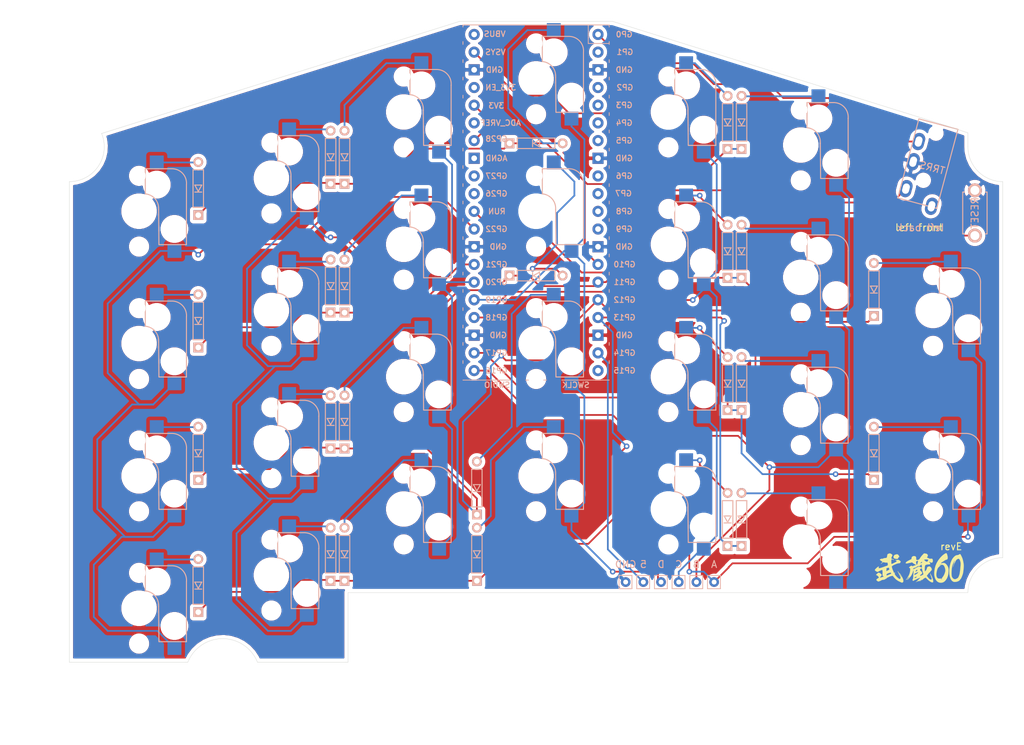
<source format=kicad_pcb>
(kicad_pcb (version 20171130) (host pcbnew 5.1.12)
  (layers (0 F.Cu signal) (31 B.Cu signal) (34 B.Paste user) (35 F.Paste user) (36 B.SilkS user) (37 F.SilkS user) (38 B.Mask user) (39 F.Mask user) (44 Edge.Cuts user))
  (net 0 "")
  (net 1 row2)
  (net 2 "Net-(D_A2-Pad2)")
  (net 3 "Net-(D_A3-Pad2)")
  (net 4 row3)
  (net 5 "Net-(D_B1-Pad2)")
  (net 6 row1)
  (net 7 "Net-(D_B2-Pad2)")
  (net 8 "Net-(D_B3-Pad2)")
  (net 9 row4)
  (net 10 "Net-(D_B4-Pad2)")
  (net 11 "Net-(D_C1-Pad2)")
  (net 12 "Net-(D_C2-Pad2)")
  (net 13 "Net-(D_C3-Pad2)")
  (net 14 "Net-(D_C4-Pad2)")
  (net 15 "Net-(D_D1-Pad2)")
  (net 16 "Net-(D_D2-Pad2)")
  (net 17 "Net-(D_D3-Pad2)")
  (net 18 "Net-(D_D4-Pad2)")
  (net 19 "Net-(D_E1-Pad2)")
  (net 20 "Net-(D_E2-Pad2)")
  (net 21 "Net-(D_E3-Pad2)")
  (net 22 "Net-(D_E4-Pad2)")
  (net 23 "Net-(D_F1-Pad2)")
  (net 24 "Net-(D_F2-Pad2)")
  (net 25 "Net-(D_F3-Pad2)")
  (net 26 "Net-(D_F4-Pad2)")
  (net 27 "Net-(D_G1-Pad2)")
  (net 28 "Net-(D_G2-Pad2)")
  (net 29 "Net-(D_G3-Pad2)")
  (net 30 "Net-(D_G4-Pad2)")
  (net 31 row5)
  (net 32 colA)
  (net 33 colB)
  (net 34 colC)
  (net 35 colD)
  (net 36 data)
  (net 37 GND)
  (net 38 VCC)
  (net 39 "Net-(J1-PadA)")
  (net 40 colE)
  (net 41 colF)
  (net 42 colG)
  (net 43 RUN)
  (net 44 "Net-(U1-Pad40)")
  (net 45 "Net-(U1-Pad37)")
  (net 46 "Net-(U1-Pad35)")
  (net 47 "Net-(U1-Pad34)")
  (net 48 "Net-(U1-Pad33)")
  (net 49 "Net-(U1-Pad32)")
  (net 50 "Net-(U1-Pad31)")
  (net 51 "Net-(U1-Pad20)")
  (net 52 "Net-(U1-Pad7)")
  (net 53 "Net-(U1-Pad6)")
  (net 54 "Net-(U1-Pad5)")
  (net 55 "Net-(U1-Pad4)")
  (net 56 "Net-(U1-Pad2)")
  (net 57 "Net-(U1-Pad12)")
  (net 58 "Net-(U1-Pad11)")
  (net 59 "Net-(U1-Pad10)")
  (net 60 "Net-(U1-Pad9)")
  (module local:musashi60-silk-768 (layer F.Cu) (at 145 93.5)
    (fp_text reference G*** hide)
    (fp_text value LOGO hide)
  )
  (module local:RPi_Pico_TH (layer B.Cu) (at 90 41 180)
    (fp_text reference U1 (at 0 0) (layer B.SilkS) (effects (justify mirror)))
    (fp_text value Pico)
    (fp_text user SWDIO (at 5.6 -26.2) (layer B.SilkS) (effects (font (size 0.8 0.8)) (justify mirror)))
    (fp_text user SWCLK (at -5.7 -26.2) (layer B.SilkS) (effects (font (size 0.8 0.8)) (justify mirror)))
    (fp_text user AGND (at 5.688 6.35) (layer B.SilkS) (effects (font (size 0.8 0.8)) (justify mirror)))
    (fp_text user GND (at 5.969 19.05) (layer B.SilkS) (effects (font (size 0.8 0.8)) (justify mirror)))
    (fp_text user GND (at 5.434 -6.35) (layer B.SilkS) (effects (font (size 0.8 0.8)) (justify mirror)))
    (fp_text user GND (at 5.434 -19.05) (layer B.SilkS) (effects (font (size 0.8 0.8)) (justify mirror)))
    (fp_text user GND (at -12.65 -19.05) (layer B.SilkS) (effects (font (size 0.8 0.8)) (justify mirror)))
    (fp_text user GND (at -12.65 -6.35) (layer B.SilkS) (effects (font (size 0.8 0.8)) (justify mirror)))
    (fp_text user GND (at -12.65 6.35) (layer B.SilkS) (effects (font (size 0.8 0.8)) (justify mirror)))
    (fp_text user GND (at -12.65 19.05) (layer B.SilkS) (effects (font (size 0.8 0.8)) (justify mirror)))
    (fp_text user VBUS (at 5.934 24.2) (layer B.SilkS) (effects (font (size 0.8 0.8)) (justify mirror)))
    (fp_text user VSYS (at 5.834 21.59) (layer B.SilkS) (effects (font (size 0.8 0.8)) (justify mirror)))
    (fp_text user 3V3_EN (at 5.08 16.51) (layer B.SilkS) (effects (font (size 0.8 0.8)) (justify mirror)))
    (fp_text user 3V3 (at 5.715 13.9) (layer B.SilkS) (effects (font (size 0.8 0.8)) (justify mirror)))
    (fp_text user ADC_VREF (at 5.08 11.43) (layer B.SilkS) (effects (font (size 0.8 0.8)) (justify mirror)))
    (fp_text user GP28 (at 5.688 9.144) (layer B.SilkS) (effects (font (size 0.8 0.8)) (justify mirror)))
    (fp_text user GP27 (at 5.688 3.8) (layer B.SilkS) (effects (font (size 0.8 0.8)) (justify mirror)))
    (fp_text user GP26 (at 5.688 1.27) (layer B.SilkS) (effects (font (size 0.8 0.8)) (justify mirror)))
    (fp_text user RUN (at 5.634 -1.27) (layer B.SilkS) (effects (font (size 0.8 0.8)) (justify mirror)))
    (fp_text user GP22 (at 5.688 -3.81) (layer B.SilkS) (effects (font (size 0.8 0.8)) (justify mirror)))
    (fp_text user GP21 (at 5.688 -8.9) (layer B.SilkS) (effects (font (size 0.8 0.8)) (justify mirror)))
    (fp_text user GP20 (at 5.688 -11.43) (layer B.SilkS) (effects (font (size 0.8 0.8)) (justify mirror)))
    (fp_text user GP19 (at 5.688 -13.97) (layer B.SilkS) (effects (font (size 0.8 0.8)) (justify mirror)))
    (fp_text user GP18 (at 5.688 -16.51) (layer B.SilkS) (effects (font (size 0.8 0.8)) (justify mirror)))
    (fp_text user GP17 (at 5.688 -21.59) (layer B.SilkS) (effects (font (size 0.8 0.8)) (justify mirror)))
    (fp_text user GP16 (at 5.688 -24.13) (layer B.SilkS) (effects (font (size 0.8 0.8)) (justify mirror)))
    (fp_text user GP15 (at -12.7 -24.13) (layer B.SilkS) (effects (font (size 0.8 0.8)) (justify mirror)))
    (fp_text user GP14 (at -12.7 -21.59) (layer B.SilkS) (effects (font (size 0.8 0.8)) (justify mirror)))
    (fp_text user GP13 (at -12.7 -16.51) (layer B.SilkS) (effects (font (size 0.8 0.8)) (justify mirror)))
    (fp_text user GP12 (at -12.7 -13.97) (layer B.SilkS) (effects (font (size 0.8 0.8)) (justify mirror)))
    (fp_text user GP11 (at -12.7 -11.43) (layer B.SilkS) (effects (font (size 0.8 0.8)) (justify mirror)))
    (fp_text user GP10 (at -12.7 -8.89) (layer B.SilkS) (effects (font (size 0.8 0.8)) (justify mirror)))
    (fp_text user GP9 (at -12.65 -3.81) (layer B.SilkS) (effects (font (size 0.8 0.8)) (justify mirror)))
    (fp_text user GP8 (at -12.65 -1.27) (layer B.SilkS) (effects (font (size 0.8 0.8)) (justify mirror)))
    (fp_text user GP7 (at -12.55 1.3) (layer B.SilkS) (effects (font (size 0.8 0.8)) (justify mirror)))
    (fp_text user GP6 (at -12.65 3.81) (layer B.SilkS) (effects (font (size 0.8 0.8)) (justify mirror)))
    (fp_text user GP5 (at -12.65 8.89) (layer B.SilkS) (effects (font (size 0.8 0.8)) (justify mirror)))
    (fp_text user GP4 (at -12.65 11.43) (layer B.SilkS) (effects (font (size 0.8 0.8)) (justify mirror)))
    (fp_text user GP3 (at -12.65 13.97) (layer B.SilkS) (effects (font (size 0.8 0.8)) (justify mirror)))
    (fp_text user GP0 (at -12.65 24.13) (layer B.SilkS) (effects (font (size 0.8 0.8)) (justify mirror)))
    (fp_text user GP2 (at -12.75 16.51) (layer B.SilkS) (effects (font (size 0.8 0.8)) (justify mirror)))
    (fp_text user GP1 (at -12.75 21.6) (layer B.SilkS) (effects (font (size 0.8 0.8)) (justify mirror)))
    (pad 40 thru_hole oval (at 8.89 24.13 180) (size 1.6 1.6) (drill 0.82) (layers *.Cu *.Mask) (net 44 "Net-(U1-Pad40)"))
    (pad 39 thru_hole oval (at 8.89 21.59 180) (size 1.6 1.6) (drill 0.82) (layers *.Cu *.Mask) (net 38 VCC))
    (pad 38 thru_hole rect (at 8.89 19.05 180) (size 1.6 1.6) (drill 0.82) (layers *.Cu *.Mask) (net 37 GND))
    (pad 37 thru_hole oval (at 8.89 16.51 180) (size 1.6 1.6) (drill 0.82) (layers *.Cu *.Mask) (net 45 "Net-(U1-Pad37)"))
    (pad 36 thru_hole oval (at 8.89 13.97 180) (size 1.6 1.6) (drill 0.82) (layers *.Cu *.Mask) (net 47 "Net-(U1-Pad34)"))
    (pad 35 thru_hole oval (at 8.89 11.43 180) (size 1.6 1.6) (drill 0.82) (layers *.Cu *.Mask) (net 46 "Net-(U1-Pad35)"))
    (pad 34 thru_hole oval (at 8.89 8.89 180) (size 1.6 1.6) (drill 0.82) (layers *.Cu *.Mask) (net 47 "Net-(U1-Pad34)"))
    (pad 33 thru_hole rect (at 8.89 6.35 180) (size 1.6 1.6) (drill 0.82) (layers *.Cu *.Mask) (net 48 "Net-(U1-Pad33)"))
    (pad 32 thru_hole oval (at 8.89 3.81 180) (size 1.6 1.6) (drill 0.82) (layers *.Cu *.Mask) (net 49 "Net-(U1-Pad32)"))
    (pad 31 thru_hole oval (at 8.89 1.27 180) (size 1.6 1.6) (drill 0.82) (layers *.Cu *.Mask) (net 50 "Net-(U1-Pad31)"))
    (pad 30 thru_hole oval (at 8.89 -1.27 180) (size 1.6 1.6) (drill 0.82) (layers *.Cu *.Mask) (net 43 RUN))
    (pad 29 thru_hole oval (at 8.89 -3.81 180) (size 1.6 1.6) (drill 0.82) (layers *.Cu *.Mask) (net 42 colG))
    (pad 28 thru_hole rect (at 8.89 -6.35 180) (size 1.6 1.6) (drill 0.82) (layers *.Cu *.Mask) (net 37 GND))
    (pad 27 thru_hole oval (at 8.89 -8.89 180) (size 1.6 1.6) (drill 0.82) (layers *.Cu *.Mask) (net 41 colF))
    (pad 26 thru_hole oval (at 8.89 -11.43 180) (size 1.6 1.6) (drill 0.82) (layers *.Cu *.Mask) (net 40 colE))
    (pad 25 thru_hole oval (at 8.89 -13.97 180) (size 1.6 1.6) (drill 0.82) (layers *.Cu *.Mask) (net 35 colD))
    (pad 24 thru_hole oval (at 8.89 -16.51 180) (size 1.6 1.6) (drill 0.82) (layers *.Cu *.Mask) (net 34 colC))
    (pad 23 thru_hole rect (at 8.89 -19.05 180) (size 1.6 1.6) (drill 0.82) (layers *.Cu *.Mask) (net 37 GND))
    (pad 22 thru_hole oval (at 8.89 -21.59 180) (size 1.6 1.6) (drill 0.82) (layers *.Cu *.Mask) (net 33 colB))
    (pad 21 thru_hole oval (at 8.89 -24.13 180) (size 1.6 1.6) (drill 0.82) (layers *.Cu *.Mask) (net 32 colA))
    (pad 20 thru_hole oval (at -8.89 -24.13 180) (size 1.6 1.6) (drill 0.82) (layers *.Cu *.Mask) (net 51 "Net-(U1-Pad20)"))
    (pad 19 thru_hole oval (at -8.89 -21.59 180) (size 1.6 1.6) (drill 0.82) (layers *.Cu *.Mask) (net 31 row5))
    (pad 18 thru_hole rect (at -8.89 -19.05 180) (size 1.6 1.6) (drill 0.82) (layers *.Cu *.Mask) (net 37 GND))
    (pad 17 thru_hole oval (at -8.89 -16.51 180) (size 1.6 1.6) (drill 0.82) (layers *.Cu *.Mask) (net 9 row4))
    (pad 16 thru_hole oval (at -8.89 -13.97 180) (size 1.6 1.6) (drill 0.82) (layers *.Cu *.Mask) (net 4 row3))
    (pad 15 thru_hole oval (at -8.89 -11.43 180) (size 1.6 1.6) (drill 0.82) (layers *.Cu *.Mask) (net 1 row2))
    (pad 14 thru_hole oval (at -8.89 -8.89 180) (size 1.6 1.6) (drill 0.82) (layers *.Cu *.Mask) (net 6 row1))
    (pad 13 thru_hole rect (at -8.89 -6.35 180) (size 1.6 1.6) (drill 0.82) (layers *.Cu *.Mask) (net 37 GND))
    (pad 12 thru_hole oval (at -8.89 -3.81 180) (size 1.6 1.6) (drill 0.82) (layers *.Cu *.Mask) (net 57 "Net-(U1-Pad12)"))
    (pad 11 thru_hole oval (at -8.89 -1.27 180) (size 1.6 1.6) (drill 0.82) (layers *.Cu *.Mask) (net 58 "Net-(U1-Pad11)"))
    (pad 10 thru_hole oval (at -8.89 1.27 180) (size 1.6 1.6) (drill 0.82) (layers *.Cu *.Mask) (net 59 "Net-(U1-Pad10)"))
    (pad 9 thru_hole oval (at -8.89 3.81 180) (size 1.6 1.6) (drill 0.82) (layers *.Cu *.Mask) (net 60 "Net-(U1-Pad9)"))
    (pad 8 thru_hole rect (at -8.89 6.35 180) (size 1.6 1.6) (drill 0.82) (layers *.Cu *.Mask) (net 37 GND))
    (pad 7 thru_hole oval (at -8.89 8.89 180) (size 1.6 1.6) (drill 0.82) (layers *.Cu *.Mask) (net 52 "Net-(U1-Pad7)"))
    (pad 6 thru_hole oval (at -8.89 11.43 180) (size 1.6 1.6) (drill 0.82) (layers *.Cu *.Mask) (net 53 "Net-(U1-Pad6)"))
    (pad 5 thru_hole oval (at -8.89 13.97 180) (size 1.6 1.6) (drill 0.82) (layers *.Cu *.Mask) (net 54 "Net-(U1-Pad5)"))
    (pad 4 thru_hole oval (at -8.89 16.51 180) (size 1.6 1.6) (drill 0.82) (layers *.Cu *.Mask) (net 55 "Net-(U1-Pad4)"))
    (pad 3 thru_hole rect (at -8.89 19.05 180) (size 1.6 1.6) (drill 0.82) (layers *.Cu *.Mask) (net 37 GND))
    (pad 2 thru_hole oval (at -8.89 21.59 180) (size 1.6 1.6) (drill 0.82) (layers *.Cu *.Mask) (net 56 "Net-(U1-Pad2)"))
    (pad 1 thru_hole oval (at -8.89 24.13 180) (size 1.6 1.6) (drill 0.82) (layers *.Cu *.Mask) (net 36 data))
  )
  (module local:Pin_D0.7mm (layer B.Cu) (at 102.86 95.49)
    (fp_text reference H_GND1)
    (fp_text value GND (at 0 -2.54) (layer B.SilkS) (effects (justify mirror)))
    (pad 1 thru_hole circle (at 0 0) (size 1.4 1.4) (drill 0.7) (layers *.Cu *.Mask) (net 37 GND))
  )
  (module local:ResetSW (layer B.Cu) (at 153 42.5 90)
    (fp_text reference SW_RST1 hide)
    (fp_text value SW_DIP_x01 hide)
    (fp_text user RESET (at 0 0 90) (layer B.SilkS) (effects (justify mirror)))
    (pad 1 thru_hole circle (at 3.25 0 90) (size 2 2) (drill 1.3) (layers *.Cu *.Mask B.SilkS) (net 37 GND))
    (pad 2 thru_hole circle (at -3.25 0 90) (size 2 2) (drill 1.3) (layers *.Cu *.Mask B.SilkS) (net 43 RUN))
  )
  (module local:CherryMX_Hotswap (layer F.Cu) (at 33 42.25 270)
    (fp_text reference SW_G1 hide)
    (fp_text value SW_PUSH hide)
    (pad "" np_thru_hole circle (at 2.54 -5.08 270) (size 3 3) (drill 3) (layers *.Cu *.Mask))
    (pad "" np_thru_hole circle (at -3.81 -2.54 270) (size 3 3) (drill 3) (layers *.Cu *.Mask))
    (pad 1 smd rect (at 5.7 -5.08 90) (size 2 2) (layers B.Cu B.Paste B.Mask) (net 42 colG))
    (pad "" np_thru_hole circle (at -5.08 0 270) (size 1.9 1.9) (drill 1.9) (layers *.Cu *.Mask))
    (pad "" np_thru_hole circle (at 5.08 0 270) (size 1.9 1.9) (drill 1.9) (layers *.Cu *.Mask))
    (pad "" np_thru_hole circle (at 0 0) (size 4.1 4.1) (drill 4.1) (layers *.Cu *.Mask))
    (pad 2 smd rect (at -7 -2.54 90) (size 2 2) (layers B.Cu B.Paste B.Mask) (net 27 "Net-(D_G1-Pad2)"))
  )
  (module local:CherryMX_Hotswap (layer F.Cu) (at 33 61.25 270)
    (fp_text reference SW_G2 hide)
    (fp_text value SW_PUSH hide)
    (pad "" np_thru_hole circle (at 2.54 -5.08 270) (size 3 3) (drill 3) (layers *.Cu *.Mask))
    (pad "" np_thru_hole circle (at -3.81 -2.54 270) (size 3 3) (drill 3) (layers *.Cu *.Mask))
    (pad 1 smd rect (at 5.7 -5.08 90) (size 2 2) (layers B.Cu B.Paste B.Mask) (net 42 colG))
    (pad "" np_thru_hole circle (at -5.08 0 270) (size 1.9 1.9) (drill 1.9) (layers *.Cu *.Mask))
    (pad "" np_thru_hole circle (at 5.08 0 270) (size 1.9 1.9) (drill 1.9) (layers *.Cu *.Mask))
    (pad "" np_thru_hole circle (at 0 0) (size 4.1 4.1) (drill 4.1) (layers *.Cu *.Mask))
    (pad 2 smd rect (at -7 -2.54 90) (size 2 2) (layers B.Cu B.Paste B.Mask) (net 28 "Net-(D_G2-Pad2)"))
  )
  (module local:CherryMX_Hotswap (layer F.Cu) (at 33 80.25 270)
    (fp_text reference SW_G3 hide)
    (fp_text value SW_PUSH hide)
    (pad 2 smd rect (at -7 -2.54 90) (size 2 2) (layers B.Cu B.Paste B.Mask) (net 29 "Net-(D_G3-Pad2)"))
    (pad "" np_thru_hole circle (at 0 0) (size 4.1 4.1) (drill 4.1) (layers *.Cu *.Mask))
    (pad "" np_thru_hole circle (at 5.08 0 270) (size 1.9 1.9) (drill 1.9) (layers *.Cu *.Mask))
    (pad "" np_thru_hole circle (at -5.08 0 270) (size 1.9 1.9) (drill 1.9) (layers *.Cu *.Mask))
    (pad 1 smd rect (at 5.7 -5.08 90) (size 2 2) (layers B.Cu B.Paste B.Mask) (net 42 colG))
    (pad "" np_thru_hole circle (at -3.81 -2.54 270) (size 3 3) (drill 3) (layers *.Cu *.Mask))
    (pad "" np_thru_hole circle (at 2.54 -5.08 270) (size 3 3) (drill 3) (layers *.Cu *.Mask))
  )
  (module local:CherryMX_Hotswap (layer F.Cu) (at 52 37.5 270)
    (fp_text reference SW_F1 hide)
    (fp_text value SW_PUSH hide)
    (pad "" np_thru_hole circle (at 2.54 -5.08 270) (size 3 3) (drill 3) (layers *.Cu *.Mask))
    (pad "" np_thru_hole circle (at -3.81 -2.54 270) (size 3 3) (drill 3) (layers *.Cu *.Mask))
    (pad 1 smd rect (at 5.7 -5.08 90) (size 2 2) (layers B.Cu B.Paste B.Mask) (net 41 colF))
    (pad "" np_thru_hole circle (at -5.08 0 270) (size 1.9 1.9) (drill 1.9) (layers *.Cu *.Mask))
    (pad "" np_thru_hole circle (at 5.08 0 270) (size 1.9 1.9) (drill 1.9) (layers *.Cu *.Mask))
    (pad "" np_thru_hole circle (at 0 0) (size 4.1 4.1) (drill 4.1) (layers *.Cu *.Mask))
    (pad 2 smd rect (at -7 -2.54 90) (size 2 2) (layers B.Cu B.Paste B.Mask) (net 23 "Net-(D_F1-Pad2)"))
  )
  (module local:CherryMX_Hotswap (layer F.Cu) (at 52 56.5 270)
    (fp_text reference SW_F2 hide)
    (fp_text value SW_PUSH hide)
    (pad "" np_thru_hole circle (at 2.54 -5.08 270) (size 3 3) (drill 3) (layers *.Cu *.Mask))
    (pad "" np_thru_hole circle (at -3.81 -2.54 270) (size 3 3) (drill 3) (layers *.Cu *.Mask))
    (pad 1 smd rect (at 5.7 -5.08 90) (size 2 2) (layers B.Cu B.Paste B.Mask) (net 41 colF))
    (pad "" np_thru_hole circle (at -5.08 0 270) (size 1.9 1.9) (drill 1.9) (layers *.Cu *.Mask))
    (pad "" np_thru_hole circle (at 5.08 0 270) (size 1.9 1.9) (drill 1.9) (layers *.Cu *.Mask))
    (pad "" np_thru_hole circle (at 0 0) (size 4.1 4.1) (drill 4.1) (layers *.Cu *.Mask))
    (pad 2 smd rect (at -7 -2.54 90) (size 2 2) (layers B.Cu B.Paste B.Mask) (net 24 "Net-(D_F2-Pad2)"))
  )
  (module local:CherryMX_Hotswap (layer F.Cu) (at 52 75.5 270)
    (fp_text reference SW_F3 hide)
    (fp_text value SW_PUSH hide)
    (pad "" np_thru_hole circle (at 2.54 -5.08 270) (size 3 3) (drill 3) (layers *.Cu *.Mask))
    (pad "" np_thru_hole circle (at -3.81 -2.54 270) (size 3 3) (drill 3) (layers *.Cu *.Mask))
    (pad 1 smd rect (at 5.7 -5.08 90) (size 2 2) (layers B.Cu B.Paste B.Mask) (net 41 colF))
    (pad "" np_thru_hole circle (at -5.08 0 270) (size 1.9 1.9) (drill 1.9) (layers *.Cu *.Mask))
    (pad "" np_thru_hole circle (at 5.08 0 270) (size 1.9 1.9) (drill 1.9) (layers *.Cu *.Mask))
    (pad "" np_thru_hole circle (at 0 0) (size 4.1 4.1) (drill 4.1) (layers *.Cu *.Mask))
    (pad 2 smd rect (at -7 -2.54 90) (size 2 2) (layers B.Cu B.Paste B.Mask) (net 25 "Net-(D_F3-Pad2)"))
  )
  (module local:CherryMX_Hotswap (layer F.Cu) (at 71 47 270)
    (fp_text reference SW_E2 hide)
    (fp_text value SW_PUSH hide)
    (pad "" np_thru_hole circle (at 2.54 -5.08 270) (size 3 3) (drill 3) (layers *.Cu *.Mask))
    (pad "" np_thru_hole circle (at -3.81 -2.54 270) (size 3 3) (drill 3) (layers *.Cu *.Mask))
    (pad 1 smd rect (at 5.7 -5.08 90) (size 2 2) (layers B.Cu B.Paste B.Mask) (net 40 colE))
    (pad "" np_thru_hole circle (at -5.08 0 270) (size 1.9 1.9) (drill 1.9) (layers *.Cu *.Mask))
    (pad "" np_thru_hole circle (at 5.08 0 270) (size 1.9 1.9) (drill 1.9) (layers *.Cu *.Mask))
    (pad "" np_thru_hole circle (at 0 0) (size 4.1 4.1) (drill 4.1) (layers *.Cu *.Mask))
    (pad 2 smd rect (at -7 -2.54 90) (size 2 2) (layers B.Cu B.Paste B.Mask) (net 20 "Net-(D_E2-Pad2)"))
  )
  (module local:CherryMX_Hotswap (layer F.Cu) (at 71 66 270)
    (fp_text reference SW_E3 hide)
    (fp_text value SW_PUSH hide)
    (pad "" np_thru_hole circle (at 2.54 -5.08 270) (size 3 3) (drill 3) (layers *.Cu *.Mask))
    (pad "" np_thru_hole circle (at -3.81 -2.54 270) (size 3 3) (drill 3) (layers *.Cu *.Mask))
    (pad 1 smd rect (at 5.7 -5.08 90) (size 2 2) (layers B.Cu B.Paste B.Mask) (net 40 colE))
    (pad "" np_thru_hole circle (at -5.08 0 270) (size 1.9 1.9) (drill 1.9) (layers *.Cu *.Mask))
    (pad "" np_thru_hole circle (at 5.08 0 270) (size 1.9 1.9) (drill 1.9) (layers *.Cu *.Mask))
    (pad "" np_thru_hole circle (at 0 0) (size 4.1 4.1) (drill 4.1) (layers *.Cu *.Mask))
    (pad 2 smd rect (at -7 -2.54 90) (size 2 2) (layers B.Cu B.Paste B.Mask) (net 21 "Net-(D_E3-Pad2)"))
  )
  (module local:CherryMX_Hotswap (layer F.Cu) (at 90 23.25 270)
    (fp_text reference SW_D1 hide)
    (fp_text value SW_PUSH hide)
    (pad "" np_thru_hole circle (at 2.54 -5.08 270) (size 3 3) (drill 3) (layers *.Cu *.Mask))
    (pad "" np_thru_hole circle (at -3.81 -2.54 270) (size 3 3) (drill 3) (layers *.Cu *.Mask))
    (pad 1 smd rect (at 5.7 -5.08 90) (size 2 2) (layers B.Cu B.Paste B.Mask) (net 35 colD))
    (pad "" np_thru_hole circle (at -5.08 0 270) (size 1.9 1.9) (drill 1.9) (layers *.Cu *.Mask))
    (pad "" np_thru_hole circle (at 5.08 0 270) (size 1.9 1.9) (drill 1.9) (layers *.Cu *.Mask))
    (pad "" np_thru_hole circle (at 0 0) (size 4.1 4.1) (drill 4.1) (layers *.Cu *.Mask))
    (pad 2 smd rect (at -7 -2.54 90) (size 2 2) (layers B.Cu B.Paste B.Mask) (net 15 "Net-(D_D1-Pad2)"))
  )
  (module local:CherryMX_Hotswap (layer F.Cu) (at 90 42.25 270)
    (fp_text reference SW_D2 hide)
    (fp_text value SW_PUSH hide)
    (pad "" np_thru_hole circle (at 2.54 -5.08 270) (size 3 3) (drill 3) (layers *.Cu *.Mask))
    (pad "" np_thru_hole circle (at -3.81 -2.54 270) (size 3 3) (drill 3) (layers *.Cu *.Mask))
    (pad 1 smd rect (at 5.7 -5.08 90) (size 2 2) (layers B.Cu B.Paste B.Mask) (net 35 colD))
    (pad "" np_thru_hole circle (at -5.08 0 270) (size 1.9 1.9) (drill 1.9) (layers *.Cu *.Mask))
    (pad "" np_thru_hole circle (at 5.08 0 270) (size 1.9 1.9) (drill 1.9) (layers *.Cu *.Mask))
    (pad "" np_thru_hole circle (at 0 0) (size 4.1 4.1) (drill 4.1) (layers *.Cu *.Mask))
    (pad 2 smd rect (at -7 -2.54 90) (size 2 2) (layers B.Cu B.Paste B.Mask) (net 16 "Net-(D_D2-Pad2)"))
  )
  (module local:CherryMX_Hotswap (layer F.Cu) (at 90 61.25 270)
    (fp_text reference SW_D3 hide)
    (fp_text value SW_PUSH hide)
    (pad "" np_thru_hole circle (at 2.54 -5.08 270) (size 3 3) (drill 3) (layers *.Cu *.Mask))
    (pad "" np_thru_hole circle (at -3.81 -2.54 270) (size 3 3) (drill 3) (layers *.Cu *.Mask))
    (pad 1 smd rect (at 5.7 -5.08 90) (size 2 2) (layers B.Cu B.Paste B.Mask) (net 35 colD))
    (pad "" np_thru_hole circle (at -5.08 0 270) (size 1.9 1.9) (drill 1.9) (layers *.Cu *.Mask))
    (pad "" np_thru_hole circle (at 5.08 0 270) (size 1.9 1.9) (drill 1.9) (layers *.Cu *.Mask))
    (pad "" np_thru_hole circle (at 0 0) (size 4.1 4.1) (drill 4.1) (layers *.Cu *.Mask))
    (pad 2 smd rect (at -7 -2.54 90) (size 2 2) (layers B.Cu B.Paste B.Mask) (net 17 "Net-(D_D3-Pad2)"))
  )
  (module local:CherryMX_Hotswap (layer F.Cu) (at 109 28 270)
    (fp_text reference SW_C1 hide)
    (fp_text value SW_PUSH hide)
    (pad "" np_thru_hole circle (at 2.54 -5.08 270) (size 3 3) (drill 3) (layers *.Cu *.Mask))
    (pad "" np_thru_hole circle (at -3.81 -2.54 270) (size 3 3) (drill 3) (layers *.Cu *.Mask))
    (pad 1 smd rect (at 5.7 -5.08 90) (size 2 2) (layers B.Cu B.Paste B.Mask) (net 34 colC))
    (pad "" np_thru_hole circle (at -5.08 0 270) (size 1.9 1.9) (drill 1.9) (layers *.Cu *.Mask))
    (pad "" np_thru_hole circle (at 5.08 0 270) (size 1.9 1.9) (drill 1.9) (layers *.Cu *.Mask))
    (pad "" np_thru_hole circle (at 0 0) (size 4.1 4.1) (drill 4.1) (layers *.Cu *.Mask))
    (pad 2 smd rect (at -7 -2.54 90) (size 2 2) (layers B.Cu B.Paste B.Mask) (net 11 "Net-(D_C1-Pad2)"))
  )
  (module local:CherryMX_Hotswap (layer F.Cu) (at 109 47 270)
    (fp_text reference SW_C2 hide)
    (fp_text value SW_PUSH hide)
    (pad "" np_thru_hole circle (at 2.54 -5.08 270) (size 3 3) (drill 3) (layers *.Cu *.Mask))
    (pad "" np_thru_hole circle (at -3.81 -2.54 270) (size 3 3) (drill 3) (layers *.Cu *.Mask))
    (pad 1 smd rect (at 5.7 -5.08 90) (size 2 2) (layers B.Cu B.Paste B.Mask) (net 34 colC))
    (pad "" np_thru_hole circle (at -5.08 0 270) (size 1.9 1.9) (drill 1.9) (layers *.Cu *.Mask))
    (pad "" np_thru_hole circle (at 5.08 0 270) (size 1.9 1.9) (drill 1.9) (layers *.Cu *.Mask))
    (pad "" np_thru_hole circle (at 0 0) (size 4.1 4.1) (drill 4.1) (layers *.Cu *.Mask))
    (pad 2 smd rect (at -7 -2.54 90) (size 2 2) (layers B.Cu B.Paste B.Mask) (net 12 "Net-(D_C2-Pad2)"))
  )
  (module local:CherryMX_Hotswap (layer F.Cu) (at 109 66 270)
    (fp_text reference SW_C3 hide)
    (fp_text value SW_PUSH hide)
    (pad "" np_thru_hole circle (at 2.54 -5.08 270) (size 3 3) (drill 3) (layers *.Cu *.Mask))
    (pad "" np_thru_hole circle (at -3.81 -2.54 270) (size 3 3) (drill 3) (layers *.Cu *.Mask))
    (pad 1 smd rect (at 5.7 -5.08 90) (size 2 2) (layers B.Cu B.Paste B.Mask) (net 34 colC))
    (pad "" np_thru_hole circle (at -5.08 0 270) (size 1.9 1.9) (drill 1.9) (layers *.Cu *.Mask))
    (pad "" np_thru_hole circle (at 5.08 0 270) (size 1.9 1.9) (drill 1.9) (layers *.Cu *.Mask))
    (pad "" np_thru_hole circle (at 0 0) (size 4.1 4.1) (drill 4.1) (layers *.Cu *.Mask))
    (pad 2 smd rect (at -7 -2.54 90) (size 2 2) (layers B.Cu B.Paste B.Mask) (net 13 "Net-(D_C3-Pad2)"))
  )
  (module local:CherryMX_Hotswap (layer F.Cu) (at 128 32.75 270)
    (fp_text reference SW_B1 hide)
    (fp_text value SW_PUSH hide)
    (pad "" np_thru_hole circle (at 2.54 -5.08 270) (size 3 3) (drill 3) (layers *.Cu *.Mask))
    (pad "" np_thru_hole circle (at -3.81 -2.54 270) (size 3 3) (drill 3) (layers *.Cu *.Mask))
    (pad 1 smd rect (at 5.7 -5.08 90) (size 2 2) (layers B.Cu B.Paste B.Mask) (net 33 colB))
    (pad "" np_thru_hole circle (at -5.08 0 270) (size 1.9 1.9) (drill 1.9) (layers *.Cu *.Mask))
    (pad "" np_thru_hole circle (at 5.08 0 270) (size 1.9 1.9) (drill 1.9) (layers *.Cu *.Mask))
    (pad "" np_thru_hole circle (at 0 0) (size 4.1 4.1) (drill 4.1) (layers *.Cu *.Mask))
    (pad 2 smd rect (at -7 -2.54 90) (size 2 2) (layers B.Cu B.Paste B.Mask) (net 5 "Net-(D_B1-Pad2)"))
  )
  (module local:CherryMX_Hotswap (layer F.Cu) (at 128 51.75 270)
    (fp_text reference SW_B2 hide)
    (fp_text value SW_PUSH hide)
    (pad "" np_thru_hole circle (at 2.54 -5.08 270) (size 3 3) (drill 3) (layers *.Cu *.Mask))
    (pad "" np_thru_hole circle (at -3.81 -2.54 270) (size 3 3) (drill 3) (layers *.Cu *.Mask))
    (pad 1 smd rect (at 5.7 -5.08 90) (size 2 2) (layers B.Cu B.Paste B.Mask) (net 33 colB))
    (pad "" np_thru_hole circle (at -5.08 0 270) (size 1.9 1.9) (drill 1.9) (layers *.Cu *.Mask))
    (pad "" np_thru_hole circle (at 5.08 0 270) (size 1.9 1.9) (drill 1.9) (layers *.Cu *.Mask))
    (pad "" np_thru_hole circle (at 0 0) (size 4.1 4.1) (drill 4.1) (layers *.Cu *.Mask))
    (pad 2 smd rect (at -7 -2.54 90) (size 2 2) (layers B.Cu B.Paste B.Mask) (net 7 "Net-(D_B2-Pad2)"))
  )
  (module local:CherryMX_Hotswap (layer F.Cu) (at 128 70.75 270)
    (fp_text reference SW_B3 hide)
    (fp_text value SW_PUSH hide)
    (pad "" np_thru_hole circle (at 2.54 -5.08 270) (size 3 3) (drill 3) (layers *.Cu *.Mask))
    (pad "" np_thru_hole circle (at -3.81 -2.54 270) (size 3 3) (drill 3) (layers *.Cu *.Mask))
    (pad 1 smd rect (at 5.7 -5.08 90) (size 2 2) (layers B.Cu B.Paste B.Mask) (net 33 colB))
    (pad "" np_thru_hole circle (at -5.08 0 270) (size 1.9 1.9) (drill 1.9) (layers *.Cu *.Mask))
    (pad "" np_thru_hole circle (at 5.08 0 270) (size 1.9 1.9) (drill 1.9) (layers *.Cu *.Mask))
    (pad "" np_thru_hole circle (at 0 0) (size 4.1 4.1) (drill 4.1) (layers *.Cu *.Mask))
    (pad 2 smd rect (at -7 -2.54 90) (size 2 2) (layers B.Cu B.Paste B.Mask) (net 8 "Net-(D_B3-Pad2)"))
  )
  (module local:CherryMX_Hotswap (layer F.Cu) (at 147 56.5 270)
    (fp_text reference SW_A2 hide)
    (fp_text value SW_PUSH hide)
    (pad "" np_thru_hole circle (at 2.54 -5.08 270) (size 3 3) (drill 3) (layers *.Cu *.Mask))
    (pad "" np_thru_hole circle (at -3.81 -2.54 270) (size 3 3) (drill 3) (layers *.Cu *.Mask))
    (pad 1 smd rect (at 5.7 -5.08 90) (size 2 2) (layers B.Cu B.Paste B.Mask) (net 32 colA))
    (pad "" np_thru_hole circle (at -5.08 0 270) (size 1.9 1.9) (drill 1.9) (layers *.Cu *.Mask))
    (pad "" np_thru_hole circle (at 5.08 0 270) (size 1.9 1.9) (drill 1.9) (layers *.Cu *.Mask))
    (pad "" np_thru_hole circle (at 0 0) (size 4.1 4.1) (drill 4.1) (layers *.Cu *.Mask))
    (pad 2 smd rect (at -7 -2.54 90) (size 2 2) (layers B.Cu B.Paste B.Mask) (net 2 "Net-(D_A2-Pad2)"))
  )
  (module local:CherryMX_Hotswap (layer F.Cu) (at 147 80.25 270)
    (fp_text reference SW_A3 hide)
    (fp_text value SW_PUSH hide)
    (pad "" np_thru_hole circle (at 2.54 -5.08 270) (size 3 3) (drill 3) (layers *.Cu *.Mask))
    (pad "" np_thru_hole circle (at -3.81 -2.54 270) (size 3 3) (drill 3) (layers *.Cu *.Mask))
    (pad 1 smd rect (at 5.7 -5.08 90) (size 2 2) (layers B.Cu B.Paste B.Mask) (net 32 colA))
    (pad "" np_thru_hole circle (at -5.08 0 270) (size 1.9 1.9) (drill 1.9) (layers *.Cu *.Mask))
    (pad "" np_thru_hole circle (at 5.08 0 270) (size 1.9 1.9) (drill 1.9) (layers *.Cu *.Mask))
    (pad "" np_thru_hole circle (at 0 0) (size 4.1 4.1) (drill 4.1) (layers *.Cu *.Mask))
    (pad 2 smd rect (at -7 -2.54 90) (size 2 2) (layers B.Cu B.Paste B.Mask) (net 3 "Net-(D_A3-Pad2)"))
  )
  (module local:CherryMX_Hotswap (layer F.Cu) (at 128 89.75 270)
    (fp_text reference SW_B4 hide)
    (fp_text value SW_PUSH hide)
    (pad "" np_thru_hole circle (at 2.54 -5.08 270) (size 3 3) (drill 3) (layers *.Cu *.Mask))
    (pad "" np_thru_hole circle (at -3.81 -2.54 270) (size 3 3) (drill 3) (layers *.Cu *.Mask))
    (pad 1 smd rect (at 5.7 -5.08 90) (size 2 2) (layers B.Cu B.Paste B.Mask) (net 33 colB))
    (pad "" np_thru_hole circle (at -5.08 0 270) (size 1.9 1.9) (drill 1.9) (layers *.Cu *.Mask))
    (pad "" np_thru_hole circle (at 5.08 0 270) (size 1.9 1.9) (drill 1.9) (layers *.Cu *.Mask))
    (pad "" np_thru_hole circle (at 0 0) (size 4.1 4.1) (drill 4.1) (layers *.Cu *.Mask))
    (pad 2 smd rect (at -7 -2.54 90) (size 2 2) (layers B.Cu B.Paste B.Mask) (net 10 "Net-(D_B4-Pad2)"))
  )
  (module local:CherryMX_Hotswap (layer F.Cu) (at 109 85 270)
    (fp_text reference SW_C4 hide)
    (fp_text value SW_PUSH hide)
    (pad "" np_thru_hole circle (at 2.54 -5.08 270) (size 3 3) (drill 3) (layers *.Cu *.Mask))
    (pad "" np_thru_hole circle (at -3.81 -2.54 270) (size 3 3) (drill 3) (layers *.Cu *.Mask))
    (pad 1 smd rect (at 5.7 -5.08 90) (size 2 2) (layers B.Cu B.Paste B.Mask) (net 34 colC))
    (pad "" np_thru_hole circle (at -5.08 0 270) (size 1.9 1.9) (drill 1.9) (layers *.Cu *.Mask))
    (pad "" np_thru_hole circle (at 5.08 0 270) (size 1.9 1.9) (drill 1.9) (layers *.Cu *.Mask))
    (pad "" np_thru_hole circle (at 0 0) (size 4.1 4.1) (drill 4.1) (layers *.Cu *.Mask))
    (pad 2 smd rect (at -7 -2.54 90) (size 2 2) (layers B.Cu B.Paste B.Mask) (net 14 "Net-(D_C4-Pad2)"))
  )
  (module local:CherryMX_Hotswap (layer F.Cu) (at 90 80.25 270)
    (fp_text reference SW_D4 hide)
    (fp_text value SW_PUSH hide)
    (pad "" np_thru_hole circle (at 2.54 -5.08 270) (size 3 3) (drill 3) (layers *.Cu *.Mask))
    (pad "" np_thru_hole circle (at -3.81 -2.54 270) (size 3 3) (drill 3) (layers *.Cu *.Mask))
    (pad 1 smd rect (at 5.7 -5.08 90) (size 2 2) (layers B.Cu B.Paste B.Mask) (net 35 colD))
    (pad "" np_thru_hole circle (at -5.08 0 270) (size 1.9 1.9) (drill 1.9) (layers *.Cu *.Mask))
    (pad "" np_thru_hole circle (at 5.08 0 270) (size 1.9 1.9) (drill 1.9) (layers *.Cu *.Mask))
    (pad "" np_thru_hole circle (at 0 0) (size 4.1 4.1) (drill 4.1) (layers *.Cu *.Mask))
    (pad 2 smd rect (at -7 -2.54 90) (size 2 2) (layers B.Cu B.Paste B.Mask) (net 18 "Net-(D_D4-Pad2)"))
  )
  (module local:CherryMX_Hotswap (layer F.Cu) (at 71 85 270)
    (fp_text reference SW_E4 hide)
    (fp_text value SW_PUSH hide)
    (pad "" np_thru_hole circle (at 2.54 -5.08 270) (size 3 3) (drill 3) (layers *.Cu *.Mask))
    (pad "" np_thru_hole circle (at -3.81 -2.54 270) (size 3 3) (drill 3) (layers *.Cu *.Mask))
    (pad 1 smd rect (at 5.7 -5.08 90) (size 2 2) (layers B.Cu B.Paste B.Mask) (net 40 colE))
    (pad "" np_thru_hole circle (at -5.08 0 270) (size 1.9 1.9) (drill 1.9) (layers *.Cu *.Mask))
    (pad "" np_thru_hole circle (at 5.08 0 270) (size 1.9 1.9) (drill 1.9) (layers *.Cu *.Mask))
    (pad "" np_thru_hole circle (at 0 0) (size 4.1 4.1) (drill 4.1) (layers *.Cu *.Mask))
    (pad 2 smd rect (at -7 -2.54 90) (size 2 2) (layers B.Cu B.Paste B.Mask) (net 22 "Net-(D_E4-Pad2)"))
  )
  (module local:CherryMX_Hotswap (layer F.Cu) (at 52 94.5 270)
    (fp_text reference SW_F4 hide)
    (fp_text value SW_PUSH hide)
    (pad "" np_thru_hole circle (at 2.54 -5.08 270) (size 3 3) (drill 3) (layers *.Cu *.Mask))
    (pad "" np_thru_hole circle (at -3.81 -2.54 270) (size 3 3) (drill 3) (layers *.Cu *.Mask))
    (pad 1 smd rect (at 5.7 -5.08 90) (size 2 2) (layers B.Cu B.Paste B.Mask) (net 41 colF))
    (pad "" np_thru_hole circle (at -5.08 0 270) (size 1.9 1.9) (drill 1.9) (layers *.Cu *.Mask))
    (pad "" np_thru_hole circle (at 5.08 0 270) (size 1.9 1.9) (drill 1.9) (layers *.Cu *.Mask))
    (pad "" np_thru_hole circle (at 0 0) (size 4.1 4.1) (drill 4.1) (layers *.Cu *.Mask))
    (pad 2 smd rect (at -7 -2.54 90) (size 2 2) (layers B.Cu B.Paste B.Mask) (net 26 "Net-(D_F4-Pad2)"))
  )
  (module local:CherryMX_Hotswap (layer F.Cu) (at 33 99.25 270)
    (fp_text reference SW_G4 hide)
    (fp_text value SW_PUSH hide)
    (pad "" np_thru_hole circle (at 2.54 -5.08 270) (size 3 3) (drill 3) (layers *.Cu *.Mask))
    (pad "" np_thru_hole circle (at -3.81 -2.54 270) (size 3 3) (drill 3) (layers *.Cu *.Mask))
    (pad 1 smd rect (at 5.7 -5.08 90) (size 2 2) (layers B.Cu B.Paste B.Mask) (net 42 colG))
    (pad "" np_thru_hole circle (at -5.08 0 270) (size 1.9 1.9) (drill 1.9) (layers *.Cu *.Mask))
    (pad "" np_thru_hole circle (at 5.08 0 270) (size 1.9 1.9) (drill 1.9) (layers *.Cu *.Mask))
    (pad "" np_thru_hole circle (at 0 0) (size 4.1 4.1) (drill 4.1) (layers *.Cu *.Mask))
    (pad 2 smd rect (at -7 -2.54 90) (size 2 2) (layers B.Cu B.Paste B.Mask) (net 30 "Net-(D_G4-Pad2)"))
  )
  (module local:CherryMX_Hotswap (layer F.Cu) (at 71 28 270)
    (fp_text reference SW_E1 hide)
    (fp_text value SW_PUSH hide)
    (pad "" np_thru_hole circle (at 2.54 -5.08 270) (size 3 3) (drill 3) (layers *.Cu *.Mask))
    (pad "" np_thru_hole circle (at -3.81 -2.54 270) (size 3 3) (drill 3) (layers *.Cu *.Mask))
    (pad 1 smd rect (at 5.7 -5.08 90) (size 2 2) (layers B.Cu B.Paste B.Mask) (net 40 colE))
    (pad "" np_thru_hole circle (at -5.08 0 270) (size 1.9 1.9) (drill 1.9) (layers *.Cu *.Mask))
    (pad "" np_thru_hole circle (at 5.08 0 270) (size 1.9 1.9) (drill 1.9) (layers *.Cu *.Mask))
    (pad "" np_thru_hole circle (at 0 0) (size 4.1 4.1) (drill 4.1) (layers *.Cu *.Mask))
    (pad 2 smd rect (at -7 -2.54 90) (size 2 2) (layers B.Cu B.Paste B.Mask) (net 19 "Net-(D_E1-Pad2)"))
  )
  (module local:D_TH (layer B.Cu) (at 138.5 53.5 90)
    (fp_text reference D_A2 hide)
    (fp_text value D hide)
    (pad 1 thru_hole rect (at -3.81 0 90) (size 1.397 1.397) (drill 0.8128) (layers *.Cu *.Mask B.SilkS) (net 1 row2))
    (pad 2 thru_hole circle (at 3.81 0 90) (size 1.397 1.397) (drill 0.8128) (layers *.Cu *.Mask B.SilkS) (net 2 "Net-(D_A2-Pad2)"))
  )
  (module local:D_TH (layer B.Cu) (at 138.5 77 90)
    (fp_text reference D_A3 hide)
    (fp_text value D hide)
    (pad 2 thru_hole circle (at 3.81 0 90) (size 1.397 1.397) (drill 0.8128) (layers *.Cu *.Mask B.SilkS) (net 3 "Net-(D_A3-Pad2)"))
    (pad 1 thru_hole rect (at -3.81 0 90) (size 1.397 1.397) (drill 0.8128) (layers *.Cu *.Mask B.SilkS) (net 4 row3))
  )
  (module local:D_TH (layer B.Cu) (at 119.5 29.5 90)
    (fp_text reference D_B1 hide)
    (fp_text value D hide)
    (pad 2 thru_hole circle (at 3.81 0 90) (size 1.397 1.397) (drill 0.8128) (layers *.Cu *.Mask B.SilkS) (net 5 "Net-(D_B1-Pad2)"))
    (pad 1 thru_hole rect (at -3.81 0 90) (size 1.397 1.397) (drill 0.8128) (layers *.Cu *.Mask B.SilkS) (net 6 row1))
  )
  (module local:D_TH (layer B.Cu) (at 119.5 48 90)
    (fp_text reference D_B2 hide)
    (fp_text value D hide)
    (pad 1 thru_hole rect (at -3.81 0 90) (size 1.397 1.397) (drill 0.8128) (layers *.Cu *.Mask B.SilkS) (net 1 row2))
    (pad 2 thru_hole circle (at 3.81 0 90) (size 1.397 1.397) (drill 0.8128) (layers *.Cu *.Mask B.SilkS) (net 7 "Net-(D_B2-Pad2)"))
  )
  (module local:D_TH (layer B.Cu) (at 119.5 67 90)
    (fp_text reference D_B3 hide)
    (fp_text value D hide)
    (pad 2 thru_hole circle (at 3.81 0 90) (size 1.397 1.397) (drill 0.8128) (layers *.Cu *.Mask B.SilkS) (net 8 "Net-(D_B3-Pad2)"))
    (pad 1 thru_hole rect (at -3.81 0 90) (size 1.397 1.397) (drill 0.8128) (layers *.Cu *.Mask B.SilkS) (net 4 row3))
  )
  (module local:D_TH (layer B.Cu) (at 119.5 86.5 90)
    (fp_text reference D_B4 hide)
    (fp_text value D hide)
    (pad 1 thru_hole rect (at -3.81 0 90) (size 1.397 1.397) (drill 0.8128) (layers *.Cu *.Mask B.SilkS) (net 9 row4))
    (pad 2 thru_hole circle (at 3.81 0 90) (size 1.397 1.397) (drill 0.8128) (layers *.Cu *.Mask B.SilkS) (net 10 "Net-(D_B4-Pad2)"))
  )
  (module local:D_TH (layer B.Cu) (at 117.5 29.5 90)
    (fp_text reference D_C1 hide)
    (fp_text value D hide)
    (pad 2 thru_hole circle (at 3.81 0 90) (size 1.397 1.397) (drill 0.8128) (layers *.Cu *.Mask B.SilkS) (net 11 "Net-(D_C1-Pad2)"))
    (pad 1 thru_hole rect (at -3.81 0 90) (size 1.397 1.397) (drill 0.8128) (layers *.Cu *.Mask B.SilkS) (net 6 row1))
  )
  (module local:D_TH (layer B.Cu) (at 117.5 48 90)
    (fp_text reference D_C2 hide)
    (fp_text value D hide)
    (pad 2 thru_hole circle (at 3.81 0 90) (size 1.397 1.397) (drill 0.8128) (layers *.Cu *.Mask B.SilkS) (net 12 "Net-(D_C2-Pad2)"))
    (pad 1 thru_hole rect (at -3.81 0 90) (size 1.397 1.397) (drill 0.8128) (layers *.Cu *.Mask B.SilkS) (net 1 row2))
  )
  (module local:D_TH (layer B.Cu) (at 117.5 67 90)
    (fp_text reference D_C3 hide)
    (fp_text value D hide)
    (pad 1 thru_hole rect (at -3.81 0 90) (size 1.397 1.397) (drill 0.8128) (layers *.Cu *.Mask B.SilkS) (net 4 row3))
    (pad 2 thru_hole circle (at 3.81 0 90) (size 1.397 1.397) (drill 0.8128) (layers *.Cu *.Mask B.SilkS) (net 13 "Net-(D_C3-Pad2)"))
  )
  (module local:D_TH (layer B.Cu) (at 117.5 86.5 90)
    (fp_text reference D_C4 hide)
    (fp_text value D hide)
    (pad 2 thru_hole circle (at 3.81 0 90) (size 1.397 1.397) (drill 0.8128) (layers *.Cu *.Mask B.SilkS) (net 14 "Net-(D_C4-Pad2)"))
    (pad 1 thru_hole rect (at -3.81 0 90) (size 1.397 1.397) (drill 0.8128) (layers *.Cu *.Mask B.SilkS) (net 9 row4))
  )
  (module local:D_TH (layer B.Cu) (at 90 32.5)
    (fp_text reference D_D1 hide)
    (fp_text value D hide)
    (pad 1 thru_hole rect (at -3.81 0) (size 1.397 1.397) (drill 0.8128) (layers *.Cu *.Mask B.SilkS) (net 6 row1))
    (pad 2 thru_hole circle (at 3.81 0) (size 1.397 1.397) (drill 0.8128) (layers *.Cu *.Mask B.SilkS) (net 15 "Net-(D_D1-Pad2)"))
  )
  (module local:D_TH (layer B.Cu) (at 90 51.5)
    (fp_text reference D_D2 hide)
    (fp_text value D hide)
    (pad 2 thru_hole circle (at 3.81 0) (size 1.397 1.397) (drill 0.8128) (layers *.Cu *.Mask B.SilkS) (net 16 "Net-(D_D2-Pad2)"))
    (pad 1 thru_hole rect (at -3.81 0) (size 1.397 1.397) (drill 0.8128) (layers *.Cu *.Mask B.SilkS) (net 1 row2))
  )
  (module local:D_TH (layer B.Cu) (at 81.5 82 90)
    (fp_text reference D_D3 hide)
    (fp_text value D hide)
    (pad 1 thru_hole rect (at -3.81 0 90) (size 1.397 1.397) (drill 0.8128) (layers *.Cu *.Mask B.SilkS) (net 4 row3))
    (pad 2 thru_hole circle (at 3.81 0 90) (size 1.397 1.397) (drill 0.8128) (layers *.Cu *.Mask B.SilkS) (net 17 "Net-(D_D3-Pad2)"))
  )
  (module local:D_TH (layer B.Cu) (at 81.5 91.5 90)
    (fp_text reference D_D4 hide)
    (fp_text value D hide)
    (pad 1 thru_hole rect (at -3.81 0 90) (size 1.397 1.397) (drill 0.8128) (layers *.Cu *.Mask B.SilkS) (net 9 row4))
    (pad 2 thru_hole circle (at 3.81 0 90) (size 1.397 1.397) (drill 0.8128) (layers *.Cu *.Mask B.SilkS) (net 18 "Net-(D_D4-Pad2)"))
  )
  (module local:D_TH (layer B.Cu) (at 62.5 34.5 90)
    (fp_text reference D_E1 hide)
    (fp_text value D hide)
    (pad 2 thru_hole circle (at 3.81 0 90) (size 1.397 1.397) (drill 0.8128) (layers *.Cu *.Mask B.SilkS) (net 19 "Net-(D_E1-Pad2)"))
    (pad 1 thru_hole rect (at -3.81 0 90) (size 1.397 1.397) (drill 0.8128) (layers *.Cu *.Mask B.SilkS) (net 6 row1))
  )
  (module local:D_TH (layer B.Cu) (at 62.5 53 90)
    (fp_text reference D_E2 hide)
    (fp_text value D hide)
    (pad 2 thru_hole circle (at 3.81 0 90) (size 1.397 1.397) (drill 0.8128) (layers *.Cu *.Mask B.SilkS) (net 20 "Net-(D_E2-Pad2)"))
    (pad 1 thru_hole rect (at -3.81 0 90) (size 1.397 1.397) (drill 0.8128) (layers *.Cu *.Mask B.SilkS) (net 1 row2))
  )
  (module local:D_TH (layer B.Cu) (at 62.5 72.5 90)
    (fp_text reference D_E3 hide)
    (fp_text value D hide)
    (pad 1 thru_hole rect (at -3.81 0 90) (size 1.397 1.397) (drill 0.8128) (layers *.Cu *.Mask B.SilkS) (net 4 row3))
    (pad 2 thru_hole circle (at 3.81 0 90) (size 1.397 1.397) (drill 0.8128) (layers *.Cu *.Mask B.SilkS) (net 21 "Net-(D_E3-Pad2)"))
  )
  (module local:D_TH (layer B.Cu) (at 62.5 91.5 90)
    (fp_text reference D_E4 hide)
    (fp_text value D hide)
    (pad 1 thru_hole rect (at -3.81 0 90) (size 1.397 1.397) (drill 0.8128) (layers *.Cu *.Mask B.SilkS) (net 9 row4))
    (pad 2 thru_hole circle (at 3.81 0 90) (size 1.397 1.397) (drill 0.8128) (layers *.Cu *.Mask B.SilkS) (net 22 "Net-(D_E4-Pad2)"))
  )
  (module local:D_TH (layer B.Cu) (at 60.5 34.5 90)
    (fp_text reference D_F1 hide)
    (fp_text value D hide)
    (pad 2 thru_hole circle (at 3.81 0 90) (size 1.397 1.397) (drill 0.8128) (layers *.Cu *.Mask B.SilkS) (net 23 "Net-(D_F1-Pad2)"))
    (pad 1 thru_hole rect (at -3.81 0 90) (size 1.397 1.397) (drill 0.8128) (layers *.Cu *.Mask B.SilkS) (net 6 row1))
  )
  (module local:D_TH (layer B.Cu) (at 60.5 53 90)
    (fp_text reference D_F2 hide)
    (fp_text value D hide)
    (pad 1 thru_hole rect (at -3.81 0 90) (size 1.397 1.397) (drill 0.8128) (layers *.Cu *.Mask B.SilkS) (net 1 row2))
    (pad 2 thru_hole circle (at 3.81 0 90) (size 1.397 1.397) (drill 0.8128) (layers *.Cu *.Mask B.SilkS) (net 24 "Net-(D_F2-Pad2)"))
  )
  (module local:D_TH (layer B.Cu) (at 60.5 72.5 90)
    (fp_text reference D_F3 hide)
    (fp_text value D hide)
    (pad 2 thru_hole circle (at 3.81 0 90) (size 1.397 1.397) (drill 0.8128) (layers *.Cu *.Mask B.SilkS) (net 25 "Net-(D_F3-Pad2)"))
    (pad 1 thru_hole rect (at -3.81 0 90) (size 1.397 1.397) (drill 0.8128) (layers *.Cu *.Mask B.SilkS) (net 4 row3))
  )
  (module local:D_TH (layer B.Cu) (at 60.5 91.5 90)
    (fp_text reference D_F4 hide)
    (fp_text value D hide)
    (pad 1 thru_hole rect (at -3.81 0 90) (size 1.397 1.397) (drill 0.8128) (layers *.Cu *.Mask B.SilkS) (net 9 row4))
    (pad 2 thru_hole circle (at 3.81 0 90) (size 1.397 1.397) (drill 0.8128) (layers *.Cu *.Mask B.SilkS) (net 26 "Net-(D_F4-Pad2)"))
  )
  (module local:D_TH (layer B.Cu) (at 41.5 39 90)
    (fp_text reference D_G1 hide)
    (fp_text value D hide)
    (pad 1 thru_hole rect (at -3.81 0 90) (size 1.397 1.397) (drill 0.8128) (layers *.Cu *.Mask B.SilkS) (net 6 row1))
    (pad 2 thru_hole circle (at 3.81 0 90) (size 1.397 1.397) (drill 0.8128) (layers *.Cu *.Mask B.SilkS) (net 27 "Net-(D_G1-Pad2)"))
  )
  (module local:D_TH (layer B.Cu) (at 41.5 58 90)
    (fp_text reference D_G2 hide)
    (fp_text value D hide)
    (pad 2 thru_hole circle (at 3.81 0 90) (size 1.397 1.397) (drill 0.8128) (layers *.Cu *.Mask B.SilkS) (net 28 "Net-(D_G2-Pad2)"))
    (pad 1 thru_hole rect (at -3.81 0 90) (size 1.397 1.397) (drill 0.8128) (layers *.Cu *.Mask B.SilkS) (net 1 row2))
  )
  (module local:D_TH (layer B.Cu) (at 41.5 77 90)
    (fp_text reference D_G3 hide)
    (fp_text value D hide)
    (pad 1 thru_hole rect (at -3.81 0 90) (size 1.397 1.397) (drill 0.8128) (layers *.Cu *.Mask B.SilkS) (net 4 row3))
    (pad 2 thru_hole circle (at 3.81 0 90) (size 1.397 1.397) (drill 0.8128) (layers *.Cu *.Mask B.SilkS) (net 29 "Net-(D_G3-Pad2)"))
  )
  (module local:D_TH (layer B.Cu) (at 41.5 96 90)
    (fp_text reference D_G4 hide)
    (fp_text value D hide)
    (pad 2 thru_hole circle (at 3.81 0 90) (size 1.397 1.397) (drill 0.8128) (layers *.Cu *.Mask B.SilkS) (net 30 "Net-(D_G4-Pad2)"))
    (pad 1 thru_hole rect (at -3.81 0 90) (size 1.397 1.397) (drill 0.8128) (layers *.Cu *.Mask B.SilkS) (net 9 row4))
  )
  (module local:Pin_D0.7mm (layer B.Cu) (at 105.4 95.49)
    (fp_text reference H_5)
    (fp_text value 5 (at 0 -2.54) (layer B.SilkS) (effects (justify mirror)))
    (pad 1 thru_hole circle (at 0 0) (size 1.4 1.4) (drill 0.7) (layers *.Cu *.Mask) (net 31 row5))
  )
  (module local:Pin_D0.7mm (layer B.Cu) (at 115.56 95.49)
    (fp_text reference H_A1)
    (fp_text value A (at 0 -2.54) (layer B.SilkS) (effects (justify mirror)))
    (pad 1 thru_hole circle (at 0 0) (size 1.4 1.4) (drill 0.7) (layers *.Cu *.Mask) (net 32 colA))
  )
  (module local:Pin_D0.7mm (layer B.Cu) (at 113.02 95.49)
    (fp_text reference H_B1)
    (fp_text value B (at 0 -2.54) (layer B.SilkS) (effects (justify mirror)))
    (pad 1 thru_hole circle (at 0 0) (size 1.4 1.4) (drill 0.7) (layers *.Cu *.Mask) (net 33 colB))
  )
  (module local:Pin_D0.7mm (layer B.Cu) (at 110.48 95.49)
    (fp_text reference H_C1)
    (fp_text value C (at 0 -2.54) (layer B.SilkS) (effects (justify mirror)))
    (pad 1 thru_hole circle (at 0 0) (size 1.4 1.4) (drill 0.7) (layers *.Cu *.Mask) (net 34 colC))
  )
  (module local:Pin_D0.7mm (layer B.Cu) (at 107.94 95.49)
    (fp_text reference H_D1)
    (fp_text value D (at 0 -2.54) (layer B.SilkS) (effects (justify mirror)))
    (pad 1 thru_hole circle (at 0 0) (size 1.4 1.4) (drill 0.7) (layers *.Cu *.Mask) (net 35 colD))
  )
  (module local:MJ-4PP-9 (layer B.Cu) (at 147.8 29.6 165)
    (fp_text reference J1)
    (fp_text value MJ-4PP-9 hide)
    (fp_text user TRRS (at -0.75 -6.45 165) (layer B.SilkS) (effects (justify mirror)))
    (pad "" np_thru_hole circle (at 0 -1.5 165) (size 1.2 1.2) (drill 1.2) (layers *.Cu *.Mask))
    (pad "" np_thru_hole circle (at 0 -8.5 165) (size 1.2 1.2) (drill 1.2) (layers *.Cu *.Mask))
    (pad B thru_hole oval (at 2.1 -3.3 165) (size 1.7 2.5) (drill oval 1 1.5) (layers *.Cu F.Mask) (net 36 data))
    (pad C thru_hole oval (at 2.1 -6.3 165) (size 1.7 2.5) (drill oval 1 1.5) (layers *.Cu F.Mask) (net 37 GND))
    (pad D thru_hole oval (at 2.1 -10.3 165) (size 1.7 2.5) (drill oval 1 1.5) (layers *.Cu F.Mask) (net 38 VCC) (clearance 0.15))
    (pad A thru_hole oval (at -2.1 -11.8 165) (size 1.7 2.5) (drill oval 1 1.5) (layers *.Cu F.Mask) (net 39 "Net-(J1-PadA)") (clearance 0.15))
  )
  (gr_text "left back" (at 145.2 44.6) (layer B.SilkS) (effects (font (size 1 1)) (justify mirror)))
  (gr_text "left front" (at 145 44.6) (layer F.SilkS) (effects (font (size 1 1))))
  (gr_text revE (at 149.6 90.4) (layer F.SilkS) (effects (font (size 1 1))))
  (gr_line (start 152 31) (end 152 33) (layer Edge.Cuts) (width 0.05))
  (gr_arc (start 45 109) (end 49.999999 107.000001) (angle -136.3971771) (layer Edge.Cuts) (width 0.05))
  (gr_line (start 63 107) (end 50 107) (layer Edge.Cuts) (width 0.05))
  (gr_line (start 149 30) (end 152 31) (layer Edge.Cuts) (width 0.05))
  (gr_line (start 63 107) (end 63 97) (layer Edge.Cuts) (width 0.05))
  (gr_line (start 152 97) (end 63 97) (layer Edge.Cuts) (width 0.05))
  (gr_line (start 40.000001 107) (end 23 107) (layer Edge.Cuts) (width 0.05))
  (gr_arc (start 157 97) (end 157 92) (angle -90) (layer Edge.Cuts) (width 0.05))
  (gr_arc (start 23 33) (end 23 38) (angle -112.4943042) (layer Edge.Cuts) (width 0.05))
  (gr_line (start 23 38) (end 23 107) (layer Edge.Cuts) (width 0.05))
  (gr_arc (start 157 33) (end 152 33) (angle -90) (layer Edge.Cuts) (width 0.05))
  (gr_line (start 101 15) (end 149 30) (layer Edge.Cuts) (width 0.05))
  (gr_line (start 79 15) (end 27.619588 31.087042) (layer Edge.Cuts) (width 0.05))
  (gr_line (start 101 15) (end 79 15) (layer Edge.Cuts) (width 0.05))
  (gr_line (start 157 38) (end 157 92) (layer Edge.Cuts) (width 0.05))
  (segment (start 117.5 51.81) (end 119.5 51.81) (width 0.25) (layer B.Cu) (net 1))
  (segment (start 125.825001 58.135001) (end 119.5 51.81) (width 0.25) (layer F.Cu) (net 1))
  (segment (start 137.674999 58.135001) (end 125.825001 58.135001) (width 0.25) (layer F.Cu) (net 1))
  (segment (start 138.5 57.31) (end 137.674999 58.135001) (width 0.25) (layer F.Cu) (net 1))
  (segment (start 56.564598 56.81) (end 60.5 56.81) (width 0.25) (layer F.Cu) (net 1))
  (segment (start 54.469597 58.905001) (end 56.564598 56.81) (width 0.25) (layer F.Cu) (net 1))
  (segment (start 44.404999 58.905001) (end 54.469597 58.905001) (width 0.25) (layer F.Cu) (net 1))
  (segment (start 41.5 61.81) (end 44.404999 58.905001) (width 0.25) (layer F.Cu) (net 1))
  (segment (start 62.5 56.81) (end 60.5 56.81) (width 0.25) (layer F.Cu) (net 1))
  (segment (start 84.104999 53.585001) (end 78.914999 53.585001) (width 0.25) (layer F.Cu) (net 1))
  (segment (start 86.19 51.5) (end 84.104999 53.585001) (width 0.25) (layer F.Cu) (net 1))
  (segment (start 75.69 56.81) (end 62.5 56.81) (width 0.25) (layer F.Cu) (net 1))
  (segment (start 78.914999 53.585001) (end 75.69 56.81) (width 0.25) (layer F.Cu) (net 1))
  (segment (start 117.5 51.81) (end 111.69 51.81) (width 0.25) (layer F.Cu) (net 1))
  (segment (start 111.69 51.81) (end 110.38 50.5) (width 0.25) (layer F.Cu) (net 1))
  (segment (start 100.02137 52.43) (end 98.89 52.43) (width 0.25) (layer F.Cu) (net 1))
  (segment (start 101.95137 50.5) (end 100.02137 52.43) (width 0.25) (layer F.Cu) (net 1))
  (segment (start 110.38 50.5) (end 101.95137 50.5) (width 0.25) (layer F.Cu) (net 1))
  (segment (start 86.19 51.5) (end 89 51.5) (width 0.25) (layer F.Cu) (net 1))
  (segment (start 89 51.5) (end 90.5 53) (width 0.25) (layer F.Cu) (net 1))
  (segment (start 98.32 53) (end 98.89 52.43) (width 0.25) (layer F.Cu) (net 1))
  (segment (start 90.5 53) (end 98.32 53) (width 0.25) (layer F.Cu) (net 1))
  (segment (start 146.988598 49.5) (end 146.798598 49.69) (width 0.25) (layer B.Cu) (net 2))
  (segment (start 146.798598 49.69) (end 138.5 49.69) (width 0.25) (layer B.Cu) (net 2))
  (segment (start 149.54 49.5) (end 146.988598 49.5) (width 0.25) (layer B.Cu) (net 2))
  (segment (start 138.56 73.25) (end 138.5 73.19) (width 0.25) (layer B.Cu) (net 3))
  (segment (start 149.54 73.25) (end 138.56 73.25) (width 0.25) (layer B.Cu) (net 3))
  (segment (start 117.5 70.81) (end 119.5 70.81) (width 0.25) (layer B.Cu) (net 4))
  (segment (start 119.5 70.81) (end 119.5 77) (width 0.25) (layer B.Cu) (net 4))
  (via (at 133 80) (size 0.8) (drill 0.4) (layers F.Cu B.Cu) (net 4))
  (segment (start 122.5 80) (end 133 80) (width 0.25) (layer B.Cu) (net 4))
  (segment (start 119.5 77) (end 122.5 80) (width 0.25) (layer B.Cu) (net 4))
  (segment (start 137.69 80) (end 138.5 80.81) (width 0.25) (layer F.Cu) (net 4))
  (segment (start 133 80) (end 137.69 80) (width 0.25) (layer F.Cu) (net 4))
  (segment (start 62.5 76.31) (end 60.5 76.31) (width 0.25) (layer F.Cu) (net 4))
  (segment (start 43.035001 79.274999) (end 41.5 80.81) (width 0.25) (layer F.Cu) (net 4))
  (segment (start 51.784403 79.274999) (end 43.035001 79.274999) (width 0.25) (layer F.Cu) (net 4))
  (segment (start 54.874403 76.184999) (end 51.784403 79.274999) (width 0.25) (layer F.Cu) (net 4))
  (segment (start 60.374999 76.184999) (end 54.874403 76.184999) (width 0.25) (layer F.Cu) (net 4))
  (segment (start 60.5 76.31) (end 60.374999 76.184999) (width 0.25) (layer F.Cu) (net 4))
  (segment (start 62.5 76.31) (end 74.31 76.31) (width 0.25) (layer F.Cu) (net 4))
  (segment (start 81.5 83.5) (end 81.5 85.81) (width 0.25) (layer F.Cu) (net 4))
  (segment (start 74.31 76.31) (end 81.5 83.5) (width 0.25) (layer F.Cu) (net 4))
  (segment (start 100.42 56.5) (end 98.89 54.97) (width 0.25) (layer F.Cu) (net 4))
  (segment (start 117 56.5) (end 100.42 56.5) (width 0.25) (layer F.Cu) (net 4))
  (segment (start 117.5 69) (end 121.5 65) (width 0.25) (layer F.Cu) (net 4))
  (segment (start 121.5 61) (end 117 56.5) (width 0.25) (layer F.Cu) (net 4))
  (segment (start 121.5 65) (end 121.5 61) (width 0.25) (layer F.Cu) (net 4))
  (segment (start 117.5 70.81) (end 117.5 69) (width 0.25) (layer F.Cu) (net 4))
  (segment (start 98.89 54.97) (end 93 60.86) (width 0.25) (layer F.Cu) (net 4))
  (segment (start 93 60.86) (end 93 63) (width 0.25) (layer F.Cu) (net 4))
  (via (at 85 63) (size 0.8) (drill 0.4) (layers F.Cu B.Cu) (net 4))
  (segment (start 85.655001 63.655001) (end 85 63) (width 0.25) (layer F.Cu) (net 4))
  (segment (start 92.344999 63.655001) (end 85.655001 63.655001) (width 0.25) (layer F.Cu) (net 4))
  (segment (start 93 63) (end 92.344999 63.655001) (width 0.25) (layer F.Cu) (net 4))
  (segment (start 85 63) (end 83.5 64.5) (width 0.25) (layer B.Cu) (net 4))
  (segment (start 83.5 68.5) (end 79.5 72.5) (width 0.25) (layer B.Cu) (net 4))
  (segment (start 83.5 64.5) (end 83.5 68.5) (width 0.25) (layer B.Cu) (net 4))
  (segment (start 79.5 83.81) (end 81.5 85.81) (width 0.25) (layer B.Cu) (net 4))
  (segment (start 79.5 72.5) (end 79.5 83.81) (width 0.25) (layer B.Cu) (net 4))
  (segment (start 119.56 25.75) (end 119.5 25.69) (width 0.25) (layer B.Cu) (net 5))
  (segment (start 130.54 25.75) (end 119.56 25.75) (width 0.25) (layer B.Cu) (net 5))
  (segment (start 117.5 33.31) (end 119.5 33.31) (width 0.25) (layer B.Cu) (net 6))
  (segment (start 60.374999 38.184999) (end 60.5 38.31) (width 0.25) (layer F.Cu) (net 6))
  (segment (start 56.189599 38.184999) (end 60.374999 38.184999) (width 0.25) (layer F.Cu) (net 6))
  (segment (start 53.444197 40.930401) (end 56.189599 38.184999) (width 0.25) (layer F.Cu) (net 6))
  (segment (start 43.379599 40.930401) (end 53.444197 40.930401) (width 0.25) (layer F.Cu) (net 6))
  (segment (start 41.5 42.81) (end 43.379599 40.930401) (width 0.25) (layer F.Cu) (net 6))
  (segment (start 62.5 38.31) (end 60.5 38.31) (width 0.25) (layer F.Cu) (net 6))
  (segment (start 67.701402 38.31) (end 62.5 38.31) (width 0.25) (layer F.Cu) (net 6))
  (segment (start 85.424999 33.265001) (end 72.746401 33.265001) (width 0.25) (layer F.Cu) (net 6))
  (segment (start 72.746401 33.265001) (end 67.701402 38.31) (width 0.25) (layer F.Cu) (net 6))
  (segment (start 86.19 32.5) (end 85.424999 33.265001) (width 0.25) (layer F.Cu) (net 6))
  (segment (start 91.5 32.5) (end 86.19 32.5) (width 0.25) (layer F.Cu) (net 6))
  (segment (start 97 38) (end 91.5 32.5) (width 0.25) (layer F.Cu) (net 6))
  (segment (start 97 48) (end 97 38) (width 0.25) (layer F.Cu) (net 6))
  (segment (start 98.89 49.89) (end 97 48) (width 0.25) (layer F.Cu) (net 6))
  (segment (start 97.345001 38.345001) (end 97 38) (width 0.25) (layer F.Cu) (net 6))
  (segment (start 112.464999 38.345001) (end 97.345001 38.345001) (width 0.25) (layer F.Cu) (net 6))
  (segment (start 117.5 33.31) (end 112.464999 38.345001) (width 0.25) (layer F.Cu) (net 6))
  (segment (start 120.06 44.75) (end 119.5 44.19) (width 0.25) (layer B.Cu) (net 7))
  (segment (start 130.54 44.75) (end 120.06 44.75) (width 0.25) (layer B.Cu) (net 7))
  (segment (start 120.06 63.75) (end 119.5 63.19) (width 0.25) (layer B.Cu) (net 8))
  (segment (start 130.54 63.75) (end 120.06 63.75) (width 0.25) (layer B.Cu) (net 8))
  (segment (start 117.5 90.31) (end 119.5 90.31) (width 0.25) (layer B.Cu) (net 9))
  (segment (start 56.189599 95.184999) (end 60.374999 95.184999) (width 0.25) (layer F.Cu) (net 9))
  (segment (start 54.469597 96.905001) (end 56.189599 95.184999) (width 0.25) (layer F.Cu) (net 9))
  (segment (start 44.404999 96.905001) (end 54.469597 96.905001) (width 0.25) (layer F.Cu) (net 9))
  (segment (start 60.374999 95.184999) (end 60.5 95.31) (width 0.25) (layer F.Cu) (net 9))
  (segment (start 41.5 99.81) (end 44.404999 96.905001) (width 0.25) (layer F.Cu) (net 9))
  (segment (start 60.5 95.31) (end 62.5 95.31) (width 0.25) (layer F.Cu) (net 9))
  (segment (start 62.5 95.31) (end 81.5 95.31) (width 0.25) (layer F.Cu) (net 9))
  (segment (start 116.446499 58.553501) (end 117 58) (width 0.25) (layer B.Cu) (net 9))
  (segment (start 116.446499 89.256499) (end 116.446499 58.553501) (width 0.25) (layer B.Cu) (net 9))
  (via (at 117 58) (size 0.8) (drill 0.4) (layers F.Cu B.Cu) (net 9))
  (segment (start 117.5 90.31) (end 116.446499 89.256499) (width 0.25) (layer B.Cu) (net 9))
  (segment (start 116.51 57.51) (end 98.89 57.51) (width 0.25) (layer F.Cu) (net 9))
  (segment (start 117 58) (end 116.51 57.51) (width 0.25) (layer F.Cu) (net 9))
  (segment (start 81.5 95.31) (end 81.69 95.31) (width 0.25) (layer F.Cu) (net 9))
  (segment (start 81.69 95.31) (end 87 90) (width 0.25) (layer F.Cu) (net 9))
  (segment (start 87 90) (end 97.5 90) (width 0.25) (layer F.Cu) (net 9))
  (segment (start 97.5 90) (end 101.5 86) (width 0.25) (layer F.Cu) (net 9))
  (segment (start 101.5 77.5) (end 103 76) (width 0.25) (layer F.Cu) (net 9))
  (via (at 103 76) (size 0.8) (drill 0.4) (layers F.Cu B.Cu) (net 9))
  (segment (start 101.5 86) (end 101.5 77.5) (width 0.25) (layer F.Cu) (net 9))
  (segment (start 103 76) (end 101 74) (width 0.25) (layer B.Cu) (net 9))
  (segment (start 101 59.62) (end 98.89 57.51) (width 0.25) (layer B.Cu) (net 9))
  (segment (start 101 74) (end 101 59.62) (width 0.25) (layer B.Cu) (net 9))
  (segment (start 119.56 82.75) (end 119.5 82.69) (width 0.25) (layer B.Cu) (net 10))
  (segment (start 130.54 82.75) (end 119.56 82.75) (width 0.25) (layer B.Cu) (net 10))
  (segment (start 112.81 21) (end 117.5 25.69) (width 0.25) (layer B.Cu) (net 11))
  (segment (start 111.54 21) (end 112.81 21) (width 0.25) (layer B.Cu) (net 11))
  (via (at 113.5 40) (size 0.8) (drill 0.4) (layers F.Cu B.Cu) (net 12))
  (segment (start 113.5 40.19) (end 113.5 40) (width 0.25) (layer F.Cu) (net 12))
  (segment (start 117.5 44.19) (end 113.5 40.19) (width 0.25) (layer F.Cu) (net 12))
  (segment (start 113.5 40) (end 111.54 40) (width 0.25) (layer B.Cu) (net 12))
  (via (at 113.5 59) (size 0.8) (drill 0.4) (layers F.Cu B.Cu) (net 13))
  (segment (start 113.5 59.19) (end 113.5 59) (width 0.25) (layer F.Cu) (net 13))
  (segment (start 117.5 63.19) (end 113.5 59.19) (width 0.25) (layer F.Cu) (net 13))
  (segment (start 113.5 59) (end 111.54 59) (width 0.25) (layer B.Cu) (net 13))
  (via (at 113.5 78) (size 0.8) (drill 0.4) (layers F.Cu B.Cu) (net 14))
  (segment (start 113.5 78.69) (end 113.5 78) (width 0.25) (layer F.Cu) (net 14))
  (segment (start 117.5 82.69) (end 113.5 78.69) (width 0.25) (layer F.Cu) (net 14))
  (segment (start 113.5 78) (end 111.54 78) (width 0.25) (layer B.Cu) (net 14))
  (segment (start 92.54 16.25) (end 88.75 16.25) (width 0.25) (layer B.Cu) (net 15))
  (segment (start 88.75 16.25) (end 86 19) (width 0.25) (layer B.Cu) (net 15))
  (segment (start 86 19) (end 86 27.5) (width 0.25) (layer B.Cu) (net 15))
  (segment (start 91 32.5) (end 93.81 32.5) (width 0.25) (layer B.Cu) (net 15))
  (segment (start 86 27.5) (end 91 32.5) (width 0.25) (layer B.Cu) (net 15))
  (segment (start 92.54 35.25) (end 92.75 35.25) (width 0.25) (layer B.Cu) (net 16))
  (segment (start 92.75 35.25) (end 95.5 38) (width 0.25) (layer B.Cu) (net 16))
  (segment (start 95.5 38) (end 95.5 40) (width 0.25) (layer B.Cu) (net 16))
  (segment (start 95.5 40) (end 93 42.5) (width 0.25) (layer B.Cu) (net 16))
  (via (at 89.5 50.5) (size 0.8) (drill 0.4) (layers F.Cu B.Cu) (net 16))
  (segment (start 93 47) (end 89.5 50.5) (width 0.25) (layer B.Cu) (net 16))
  (segment (start 93 42.5) (end 93 47) (width 0.25) (layer B.Cu) (net 16))
  (segment (start 92.81 50.5) (end 93.81 51.5) (width 0.25) (layer F.Cu) (net 16))
  (segment (start 89.5 50.5) (end 92.81 50.5) (width 0.25) (layer F.Cu) (net 16))
  (segment (start 92.54 54.25) (end 89.25 54.25) (width 0.25) (layer B.Cu) (net 17))
  (segment (start 89.25 54.25) (end 86.5 57) (width 0.25) (layer B.Cu) (net 17))
  (segment (start 86.5 73.19) (end 81.5 78.19) (width 0.25) (layer B.Cu) (net 17))
  (segment (start 86.5 57) (end 86.5 73.19) (width 0.25) (layer B.Cu) (net 17))
  (segment (start 81.5 87.69) (end 81.81 87.69) (width 0.25) (layer B.Cu) (net 18))
  (segment (start 83.5 86) (end 83.5 78) (width 0.25) (layer B.Cu) (net 18))
  (segment (start 81.81 87.69) (end 83.5 86) (width 0.25) (layer B.Cu) (net 18))
  (segment (start 88.25 73.25) (end 92.54 73.25) (width 0.25) (layer B.Cu) (net 18))
  (segment (start 83.5 78) (end 88.25 73.25) (width 0.25) (layer B.Cu) (net 18))
  (segment (start 73.54 21) (end 68.5 21) (width 0.25) (layer B.Cu) (net 19))
  (segment (start 62.5 27) (end 62.5 30.69) (width 0.25) (layer B.Cu) (net 19))
  (segment (start 68.5 21) (end 62.5 27) (width 0.25) (layer B.Cu) (net 19))
  (segment (start 70.702172 40) (end 73.54 40) (width 0.25) (layer B.Cu) (net 20))
  (segment (start 62.5 48.202172) (end 70.702172 40) (width 0.25) (layer B.Cu) (net 20))
  (segment (start 62.5 49.19) (end 62.5 48.202172) (width 0.25) (layer B.Cu) (net 20))
  (segment (start 70.988598 59) (end 73.54 59) (width 0.25) (layer B.Cu) (net 21))
  (segment (start 62.5 67.488598) (end 70.988598 59) (width 0.25) (layer B.Cu) (net 21))
  (segment (start 62.5 68.69) (end 62.5 67.488598) (width 0.25) (layer B.Cu) (net 21))
  (segment (start 70.988598 78) (end 73.54 78) (width 0.25) (layer B.Cu) (net 22))
  (segment (start 62.5 86.488598) (end 70.988598 78) (width 0.25) (layer B.Cu) (net 22))
  (segment (start 62.5 87.69) (end 62.5 86.488598) (width 0.25) (layer B.Cu) (net 22))
  (segment (start 60.31 30.5) (end 60.5 30.69) (width 0.25) (layer B.Cu) (net 23))
  (segment (start 54.54 30.5) (end 60.31 30.5) (width 0.25) (layer B.Cu) (net 23))
  (segment (start 60.19 49.5) (end 60.5 49.19) (width 0.25) (layer B.Cu) (net 24))
  (segment (start 54.54 49.5) (end 60.19 49.5) (width 0.25) (layer B.Cu) (net 24))
  (segment (start 60.31 68.5) (end 60.5 68.69) (width 0.25) (layer B.Cu) (net 25))
  (segment (start 54.54 68.5) (end 60.31 68.5) (width 0.25) (layer B.Cu) (net 25))
  (segment (start 60.31 87.5) (end 60.5 87.69) (width 0.25) (layer B.Cu) (net 26))
  (segment (start 54.54 87.5) (end 60.31 87.5) (width 0.25) (layer B.Cu) (net 26))
  (segment (start 41.44 35.25) (end 41.5 35.19) (width 0.25) (layer B.Cu) (net 27))
  (segment (start 35.54 35.25) (end 41.44 35.25) (width 0.25) (layer B.Cu) (net 27))
  (segment (start 41.44 54.25) (end 41.5 54.19) (width 0.25) (layer B.Cu) (net 28))
  (segment (start 35.54 54.25) (end 41.44 54.25) (width 0.25) (layer B.Cu) (net 28))
  (segment (start 41.44 73.25) (end 41.5 73.19) (width 0.25) (layer B.Cu) (net 29))
  (segment (start 35.54 73.25) (end 41.44 73.25) (width 0.25) (layer B.Cu) (net 29))
  (segment (start 41.44 92.25) (end 41.5 92.19) (width 0.25) (layer B.Cu) (net 30))
  (segment (start 35.54 92.25) (end 41.44 92.25) (width 0.25) (layer B.Cu) (net 30))
  (segment (start 98.89 62.59) (end 100.3 64) (width 0.25) (layer B.Cu) (net 31))
  (segment (start 100.3 64) (end 100.3 90.8) (width 0.25) (layer B.Cu) (net 31))
  (segment (start 100.3 90.8) (end 103 93.5) (width 0.25) (layer B.Cu) (net 31))
  (segment (start 103 93.5) (end 103.5 93.5) (width 0.25) (layer B.Cu) (net 31))
  (segment (start 103.5 93.59) (end 105.4 95.49) (width 0.25) (layer B.Cu) (net 31))
  (segment (start 103.5 93.5) (end 103.5 93.59) (width 0.25) (layer B.Cu) (net 31))
  (segment (start 153.935001 64.055001) (end 153.935001 84.094999) (width 0.25) (layer B.Cu) (net 32))
  (segment (start 153.935001 84.094999) (end 152.08 85.95) (width 0.25) (layer B.Cu) (net 32))
  (segment (start 152.08 62.2) (end 153.935001 64.055001) (width 0.25) (layer B.Cu) (net 32))
  (via (at 152 89) (size 0.8) (drill 0.4) (layers F.Cu B.Cu) (net 32))
  (segment (start 152 86.03) (end 152.08 85.95) (width 0.25) (layer B.Cu) (net 32))
  (segment (start 152 89) (end 152 86.03) (width 0.25) (layer B.Cu) (net 32))
  (via (at 112 94) (size 0.8) (drill 0.4) (layers F.Cu B.Cu) (net 32))
  (segment (start 101 71.5) (end 89.5 71.5) (width 0.25) (layer F.Cu) (net 32))
  (segment (start 106 76.5) (end 101 71.5) (width 0.25) (layer F.Cu) (net 32))
  (segment (start 106 86.5) (end 106 76.5) (width 0.25) (layer F.Cu) (net 32))
  (segment (start 107.5 88) (end 106 86.5) (width 0.25) (layer F.Cu) (net 32))
  (segment (start 110.5 88) (end 107.5 88) (width 0.25) (layer F.Cu) (net 32))
  (segment (start 83.13 65.13) (end 81.11 65.13) (width 0.25) (layer F.Cu) (net 32))
  (segment (start 89.5 71.5) (end 83.13 65.13) (width 0.25) (layer F.Cu) (net 32))
  (segment (start 112 89.5) (end 110.5 88) (width 0.25) (layer F.Cu) (net 32))
  (segment (start 112 94) (end 112 89.5) (width 0.25) (layer F.Cu) (net 32))
  (segment (start 114.07 94) (end 115.56 95.49) (width 0.25) (layer B.Cu) (net 32))
  (segment (start 112 94) (end 114.07 94) (width 0.25) (layer B.Cu) (net 32))
  (segment (start 115.56 95.49) (end 117.65 93.4) (width 0.25) (layer F.Cu) (net 32))
  (segment (start 117.65 93.4) (end 117.65 93.35) (width 0.25) (layer F.Cu) (net 32))
  (segment (start 117.65 93.35) (end 118.2 92.8) (width 0.25) (layer F.Cu) (net 32))
  (segment (start 118.2 92.8) (end 129 92.8) (width 0.25) (layer F.Cu) (net 32))
  (segment (start 132.8 89) (end 152 89) (width 0.25) (layer F.Cu) (net 32))
  (segment (start 129 92.8) (end 132.8 89) (width 0.25) (layer F.Cu) (net 32))
  (segment (start 134.935001 55.594999) (end 133.08 57.45) (width 0.25) (layer B.Cu) (net 33))
  (segment (start 134.935001 40.305001) (end 134.935001 55.594999) (width 0.25) (layer B.Cu) (net 33))
  (segment (start 133.08 38.45) (end 134.935001 40.305001) (width 0.25) (layer B.Cu) (net 33))
  (segment (start 134.935001 74.594999) (end 133.08 76.45) (width 0.25) (layer B.Cu) (net 33))
  (segment (start 134.935001 59.305001) (end 134.935001 74.594999) (width 0.25) (layer B.Cu) (net 33))
  (segment (start 133.08 57.45) (end 134.935001 59.305001) (width 0.25) (layer B.Cu) (net 33))
  (segment (start 134.935001 93.594999) (end 133.08 95.45) (width 0.25) (layer B.Cu) (net 33))
  (segment (start 134.935001 78.305001) (end 134.935001 93.594999) (width 0.25) (layer B.Cu) (net 33))
  (segment (start 133.08 76.45) (end 134.935001 78.305001) (width 0.25) (layer B.Cu) (net 33))
  (via (at 123.5 79) (size 0.8) (drill 0.4) (layers F.Cu B.Cu) (net 33))
  (segment (start 130.53 79) (end 123.5 79) (width 0.25) (layer B.Cu) (net 33))
  (segment (start 133.08 76.45) (end 130.53 79) (width 0.25) (layer B.Cu) (net 33))
  (segment (start 113.02 92.753998) (end 113.02 95.49) (width 0.25) (layer F.Cu) (net 33))
  (segment (start 123.5 82.273998) (end 113.02 92.753998) (width 0.25) (layer F.Cu) (net 33))
  (segment (start 123.5 79) (end 123.5 82.273998) (width 0.25) (layer F.Cu) (net 33))
  (segment (start 81.11 62.59) (end 82.59 62.59) (width 0.25) (layer F.Cu) (net 33))
  (segment (start 82.59 62.59) (end 89 69) (width 0.25) (layer F.Cu) (net 33))
  (segment (start 89 69) (end 103 69) (width 0.25) (layer F.Cu) (net 33))
  (segment (start 103 69) (end 108.5 74.5) (width 0.25) (layer F.Cu) (net 33))
  (segment (start 119 74.5) (end 123.5 79) (width 0.25) (layer F.Cu) (net 33))
  (segment (start 108.5 74.5) (end 119 74.5) (width 0.25) (layer F.Cu) (net 33))
  (segment (start 115.935001 88.844999) (end 114.08 90.7) (width 0.25) (layer B.Cu) (net 34))
  (segment (start 115.935001 73.555001) (end 115.935001 88.844999) (width 0.25) (layer B.Cu) (net 34))
  (segment (start 114.08 71.7) (end 115.935001 73.555001) (width 0.25) (layer B.Cu) (net 34))
  (segment (start 115.935001 69.844999) (end 114.08 71.7) (width 0.25) (layer B.Cu) (net 34))
  (segment (start 115.935001 54.555001) (end 115.935001 69.844999) (width 0.25) (layer B.Cu) (net 34))
  (segment (start 114.08 52.7) (end 115.935001 54.555001) (width 0.25) (layer B.Cu) (net 34))
  (segment (start 115.935001 50.844999) (end 114.08 52.7) (width 0.25) (layer B.Cu) (net 34))
  (segment (start 115.935001 35.555001) (end 115.935001 50.844999) (width 0.25) (layer B.Cu) (net 34))
  (segment (start 114.08 33.7) (end 115.935001 35.555001) (width 0.25) (layer B.Cu) (net 34))
  (segment (start 114.08 90.7) (end 113.8 90.7) (width 0.25) (layer B.Cu) (net 34))
  (segment (start 110.48 94.02) (end 110.48 95.49) (width 0.25) (layer B.Cu) (net 34))
  (segment (start 113.8 90.7) (end 110.48 94.02) (width 0.25) (layer B.Cu) (net 34))
  (segment (start 114.08 52.7) (end 114.08 53.42) (width 0.25) (layer B.Cu) (net 34))
  (via (at 112.5 55) (size 0.8) (drill 0.4) (layers F.Cu B.Cu) (net 34))
  (segment (start 114.08 53.42) (end 112.5 55) (width 0.25) (layer B.Cu) (net 34))
  (segment (start 112.5 55) (end 102 55) (width 0.25) (layer F.Cu) (net 34))
  (segment (start 100.814999 53.814999) (end 86.185001 53.814999) (width 0.25) (layer F.Cu) (net 34))
  (segment (start 102 55) (end 100.814999 53.814999) (width 0.25) (layer F.Cu) (net 34))
  (segment (start 82.49 57.51) (end 81.11 57.51) (width 0.25) (layer F.Cu) (net 34))
  (segment (start 86.185001 53.814999) (end 82.49 57.51) (width 0.25) (layer F.Cu) (net 34))
  (segment (start 95.08 28.95) (end 95.08 30.08) (width 0.25) (layer B.Cu) (net 35))
  (segment (start 96.935001 46.094999) (end 95.08 47.95) (width 0.25) (layer B.Cu) (net 35))
  (segment (start 95.08 30.08) (end 96.935001 31.935001) (width 0.25) (layer B.Cu) (net 35))
  (segment (start 95.08 47.95) (end 94.05 47.95) (width 0.25) (layer B.Cu) (net 35))
  (segment (start 87.03 54.97) (end 81.11 54.97) (width 0.25) (layer B.Cu) (net 35))
  (segment (start 94.05 47.95) (end 87.03 54.97) (width 0.25) (layer B.Cu) (net 35))
  (segment (start 96.935001 65.094999) (end 95.08 66.95) (width 0.25) (layer B.Cu) (net 35))
  (segment (start 96.935001 49.805001) (end 96.935001 65.094999) (width 0.25) (layer B.Cu) (net 35))
  (segment (start 95.08 47.95) (end 96.935001 49.805001) (width 0.25) (layer B.Cu) (net 35))
  (via (at 101 94) (size 0.8) (drill 0.4) (layers F.Cu B.Cu) (net 35))
  (segment (start 95.08 88.08) (end 101 94) (width 0.25) (layer B.Cu) (net 35))
  (segment (start 95.08 85.95) (end 95.08 88.08) (width 0.25) (layer B.Cu) (net 35))
  (segment (start 101 94) (end 107.5 94) (width 0.25) (layer F.Cu) (net 35))
  (segment (start 107.5 95.05) (end 107.94 95.49) (width 0.25) (layer F.Cu) (net 35))
  (segment (start 107.5 94) (end 107.5 95.05) (width 0.25) (layer F.Cu) (net 35))
  (segment (start 96.935001 31.935001) (end 96.935001 46.094999) (width 0.25) (layer B.Cu) (net 35))
  (segment (start 96.935001 84.094999) (end 95.08 85.95) (width 0.25) (layer B.Cu) (net 35))
  (segment (start 96.935001 68.805001) (end 96.935001 84.094999) (width 0.25) (layer B.Cu) (net 35))
  (segment (start 95.08 66.95) (end 96.935001 68.805001) (width 0.25) (layer B.Cu) (net 35))
  (segment (start 98.89 16.87) (end 103.02 21) (width 0.25) (layer F.Cu) (net 36))
  (segment (start 103.02 21) (end 112.5 21) (width 0.25) (layer F.Cu) (net 36))
  (segment (start 112.5 21) (end 115.5 24) (width 0.25) (layer F.Cu) (net 36))
  (segment (start 115.5 24) (end 123.5 24) (width 0.25) (layer F.Cu) (net 36))
  (segment (start 123.5 24) (end 125.5 26) (width 0.25) (layer F.Cu) (net 36))
  (segment (start 125.5 26) (end 132 26) (width 0.25) (layer F.Cu) (net 36))
  (segment (start 138.244035 32.244035) (end 144.917453 32.244035) (width 0.25) (layer F.Cu) (net 36))
  (segment (start 132 26) (end 138.244035 32.244035) (width 0.25) (layer F.Cu) (net 36))
  (segment (start 127.5 41) (end 141.111236 41) (width 0.25) (layer F.Cu) (net 38))
  (segment (start 141.111236 41) (end 143.10572 39.005516) (width 0.25) (layer F.Cu) (net 38))
  (segment (start 124.5 36) (end 124.5 38) (width 0.25) (layer F.Cu) (net 38))
  (segment (start 116 27.5) (end 124.5 36) (width 0.25) (layer F.Cu) (net 38))
  (segment (start 113.5 27.5) (end 116 27.5) (width 0.25) (layer F.Cu) (net 38))
  (segment (start 110 31) (end 113.5 27.5) (width 0.25) (layer F.Cu) (net 38))
  (segment (start 106.5 31) (end 110 31) (width 0.25) (layer F.Cu) (net 38))
  (segment (start 103.685001 28.185001) (end 106.5 31) (width 0.25) (layer F.Cu) (net 38))
  (segment (start 94.729599 28.185001) (end 103.685001 28.185001) (width 0.25) (layer F.Cu) (net 38))
  (segment (start 124.5 38) (end 127.5 41) (width 0.25) (layer F.Cu) (net 38))
  (segment (start 92.199599 25.655001) (end 94.729599 28.185001) (width 0.25) (layer F.Cu) (net 38))
  (segment (start 87.355001 25.655001) (end 92.199599 25.655001) (width 0.25) (layer F.Cu) (net 38))
  (segment (start 81.11 19.41) (end 87.355001 25.655001) (width 0.25) (layer F.Cu) (net 38))
  (segment (start 77.935001 50.844999) (end 76.08 52.7) (width 0.25) (layer B.Cu) (net 40))
  (segment (start 77.935001 35.555001) (end 77.935001 50.844999) (width 0.25) (layer B.Cu) (net 40))
  (segment (start 76.08 33.7) (end 77.935001 35.555001) (width 0.25) (layer B.Cu) (net 40))
  (segment (start 77.935001 69.844999) (end 76.08 71.7) (width 0.25) (layer B.Cu) (net 40))
  (segment (start 77.935001 54.555001) (end 77.935001 69.844999) (width 0.25) (layer B.Cu) (net 40))
  (segment (start 76.08 52.7) (end 77.935001 54.555001) (width 0.25) (layer B.Cu) (net 40))
  (segment (start 77.935001 88.844999) (end 76.08 90.7) (width 0.25) (layer B.Cu) (net 40))
  (segment (start 77.935001 73.555001) (end 77.935001 88.844999) (width 0.25) (layer B.Cu) (net 40))
  (segment (start 76.08 71.7) (end 77.935001 73.555001) (width 0.25) (layer B.Cu) (net 40))
  (segment (start 76.35 52.43) (end 76.08 52.7) (width 0.25) (layer B.Cu) (net 40))
  (segment (start 81.11 52.43) (end 76.35 52.43) (width 0.25) (layer B.Cu) (net 40))
  (segment (start 57.08 43.2) (end 55.8 43.2) (width 0.25) (layer B.Cu) (net 41))
  (segment (start 55.8 43.2) (end 48.5 50.5) (width 0.25) (layer B.Cu) (net 41))
  (segment (start 48.5 50.5) (end 48.5 61.5) (width 0.25) (layer B.Cu) (net 41))
  (segment (start 48.5 61.5) (end 51.5 64.5) (width 0.25) (layer B.Cu) (net 41))
  (segment (start 54.78 64.5) (end 57.08 62.2) (width 0.25) (layer B.Cu) (net 41))
  (segment (start 51.5 64.5) (end 54.78 64.5) (width 0.25) (layer B.Cu) (net 41))
  (segment (start 54.78 64.5) (end 52.5 64.5) (width 0.25) (layer B.Cu) (net 41))
  (segment (start 52.5 64.5) (end 47 70) (width 0.25) (layer B.Cu) (net 41))
  (segment (start 47 70) (end 47 79) (width 0.25) (layer B.Cu) (net 41))
  (segment (start 47 79) (end 51.5 83.5) (width 0.25) (layer B.Cu) (net 41))
  (segment (start 54.78 83.5) (end 57.08 81.2) (width 0.25) (layer B.Cu) (net 41))
  (segment (start 51.5 83.5) (end 54.78 83.5) (width 0.25) (layer B.Cu) (net 41))
  (segment (start 54.78 83.5) (end 52 83.5) (width 0.25) (layer B.Cu) (net 41))
  (segment (start 52 83.5) (end 47 88.5) (width 0.25) (layer B.Cu) (net 41))
  (segment (start 47 88.5) (end 47 98) (width 0.25) (layer B.Cu) (net 41))
  (segment (start 47 98) (end 51.5 102.5) (width 0.25) (layer B.Cu) (net 41))
  (segment (start 54.78 102.5) (end 57.08 100.2) (width 0.25) (layer B.Cu) (net 41))
  (segment (start 51.5 102.5) (end 54.78 102.5) (width 0.25) (layer B.Cu) (net 41))
  (via (at 60.5 46) (size 0.8) (drill 0.4) (layers F.Cu B.Cu) (net 41))
  (segment (start 59.88 46) (end 57.08 43.2) (width 0.25) (layer B.Cu) (net 41))
  (segment (start 60.5 46) (end 59.88 46) (width 0.25) (layer B.Cu) (net 41))
  (segment (start 71 54.5) (end 62.5 46) (width 0.25) (layer F.Cu) (net 41))
  (segment (start 62.5 46) (end 60.5 46) (width 0.25) (layer F.Cu) (net 41))
  (segment (start 74.5 54.5) (end 71 54.5) (width 0.25) (layer F.Cu) (net 41))
  (segment (start 79.11 49.89) (end 74.5 54.5) (width 0.25) (layer F.Cu) (net 41))
  (segment (start 81.11 49.89) (end 79.11 49.89) (width 0.25) (layer F.Cu) (net 41))
  (segment (start 38.08 47.95) (end 36.05 47.95) (width 0.25) (layer B.Cu) (net 42))
  (segment (start 36.05 47.95) (end 28.5 55.5) (width 0.25) (layer B.Cu) (net 42))
  (segment (start 28.5 55.5) (end 28.5 65.5) (width 0.25) (layer B.Cu) (net 42))
  (segment (start 28.5 65.5) (end 33 70) (width 0.25) (layer B.Cu) (net 42))
  (segment (start 35.03 70) (end 38.08 66.95) (width 0.25) (layer B.Cu) (net 42))
  (segment (start 33 70) (end 35.03 70) (width 0.25) (layer B.Cu) (net 42))
  (segment (start 35.03 70) (end 32 70) (width 0.25) (layer B.Cu) (net 42))
  (segment (start 32 70) (end 27 75) (width 0.25) (layer B.Cu) (net 42))
  (segment (start 27 75) (end 27 85) (width 0.25) (layer B.Cu) (net 42))
  (segment (start 27 85) (end 31 89) (width 0.25) (layer B.Cu) (net 42))
  (segment (start 35.03 89) (end 38.08 85.95) (width 0.25) (layer B.Cu) (net 42))
  (segment (start 31 89) (end 35.03 89) (width 0.25) (layer B.Cu) (net 42))
  (segment (start 35.03 89) (end 30.5 89) (width 0.25) (layer B.Cu) (net 42))
  (segment (start 30.5 89) (end 26.5 93) (width 0.25) (layer B.Cu) (net 42))
  (segment (start 26.5 93) (end 26.5 100.5) (width 0.25) (layer B.Cu) (net 42))
  (segment (start 26.5 100.5) (end 28.5 102.5) (width 0.25) (layer B.Cu) (net 42))
  (segment (start 35.63 102.5) (end 38.08 104.95) (width 0.25) (layer B.Cu) (net 42))
  (segment (start 28.5 102.5) (end 35.63 102.5) (width 0.25) (layer B.Cu) (net 42))
  (segment (start 81.11 44.81) (end 76.5 40.2) (width 0.25) (layer F.Cu) (net 42))
  (segment (start 76.5 40.2) (end 62.3 40.2) (width 0.25) (layer F.Cu) (net 42))
  (segment (start 62.3 40.2) (end 55.5 47) (width 0.25) (layer F.Cu) (net 42))
  (via (at 41.5 48.5) (size 0.8) (drill 0.4) (layers F.Cu B.Cu) (net 42))
  (segment (start 43 47) (end 41.5 48.5) (width 0.25) (layer F.Cu) (net 42))
  (segment (start 55.5 47) (end 43 47) (width 0.25) (layer F.Cu) (net 42))
  (segment (start 40.95 47.95) (end 38.08 47.95) (width 0.25) (layer B.Cu) (net 42))
  (segment (start 41.5 48.5) (end 40.95 47.95) (width 0.25) (layer B.Cu) (net 42))
  (segment (start 81.11 42.27) (end 84.34 45.5) (width 0.25) (layer F.Cu) (net 43))
  (segment (start 84.34 45.5) (end 91 45.5) (width 0.25) (layer F.Cu) (net 43))
  (segment (start 96.545001 51.045001) (end 99.954999 51.045001) (width 0.25) (layer F.Cu) (net 43))
  (segment (start 91 45.5) (end 96.545001 51.045001) (width 0.25) (layer F.Cu) (net 43))
  (segment (start 99.954999 51.045001) (end 101 50) (width 0.25) (layer F.Cu) (net 43))
  (segment (start 101 50) (end 101 40.5) (width 0.25) (layer F.Cu) (net 43))
  (segment (start 102.255001 39.244999) (end 117.244999 39.244999) (width 0.25) (layer F.Cu) (net 43))
  (segment (start 101 40.5) (end 102.255001 39.244999) (width 0.25) (layer F.Cu) (net 43))
  (segment (start 117.244999 39.244999) (end 120.5 42.5) (width 0.25) (layer F.Cu) (net 43))
  (segment (start 120.5 42.5) (end 136 42.5) (width 0.25) (layer F.Cu) (net 43))
  (segment (start 139.25 45.75) (end 153 45.75) (width 0.25) (layer F.Cu) (net 43))
  (segment (start 136 42.5) (end 139.25 45.75) (width 0.25) (layer F.Cu) (net 43))
  (segment (start 81.11 32.11) (end 83.22 30) (width 0.25) (layer F.Cu) (net 47))
  (segment (start 83.22 29.14) (end 81.11 27.03) (width 0.25) (layer F.Cu) (net 47))
  (segment (start 83.22 30) (end 83.22 29.14) (width 0.25) (layer F.Cu) (net 47))
  (zone (net 37) (net_name GND) (layer F.Cu) (connect_pads (clearance 0.508)) (min_thickness 0.254) (fill yes (arc_segments 32) (thermal_gap 0.508) (thermal_bridge_width 0.508))
    (polygon (pts (xy 157 33) (xy 157 97) (xy 63 97) (xy 63 107) (xy 23 107) (xy 23 33) (xy 79 15) (xy 101 15)))
  )
  (zone (net 37) (net_name GND) (layer B.Cu) (connect_pads (clearance 0.508)) (min_thickness 0.254) (fill yes (arc_segments 32) (thermal_gap 0.508) (thermal_bridge_width 0.508))
    (polygon (pts (xy 157 33) (xy 157 97) (xy 63 97) (xy 63 107) (xy 23 107) (xy 23 33) (xy 79 15) (xy 101 15)))
  )
)
</source>
